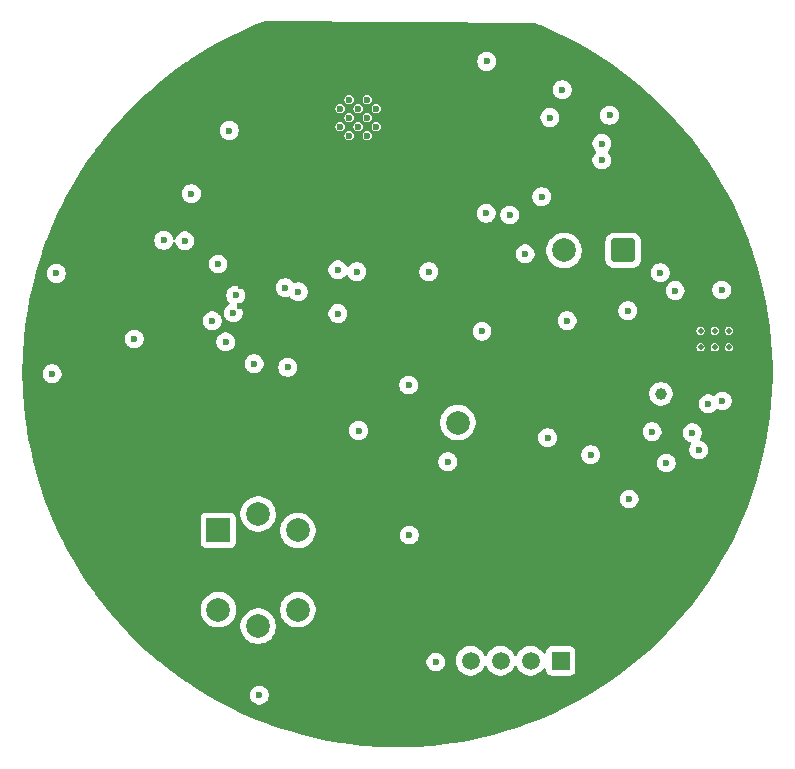
<source format=gbr>
%TF.GenerationSoftware,KiCad,Pcbnew,9.0.2*%
%TF.CreationDate,2025-07-16T17:06:44+05:30*%
%TF.ProjectId,CanSat,43616e53-6174-42e6-9b69-6361645f7063,rev?*%
%TF.SameCoordinates,Original*%
%TF.FileFunction,Copper,L3,Inr*%
%TF.FilePolarity,Positive*%
%FSLAX46Y46*%
G04 Gerber Fmt 4.6, Leading zero omitted, Abs format (unit mm)*
G04 Created by KiCad (PCBNEW 9.0.2) date 2025-07-16 17:06:44*
%MOMM*%
%LPD*%
G01*
G04 APERTURE LIST*
G04 Aperture macros list*
%AMRoundRect*
0 Rectangle with rounded corners*
0 $1 Rounding radius*
0 $2 $3 $4 $5 $6 $7 $8 $9 X,Y pos of 4 corners*
0 Add a 4 corners polygon primitive as box body*
4,1,4,$2,$3,$4,$5,$6,$7,$8,$9,$2,$3,0*
0 Add four circle primitives for the rounded corners*
1,1,$1+$1,$2,$3*
1,1,$1+$1,$4,$5*
1,1,$1+$1,$6,$7*
1,1,$1+$1,$8,$9*
0 Add four rect primitives between the rounded corners*
20,1,$1+$1,$2,$3,$4,$5,0*
20,1,$1+$1,$4,$5,$6,$7,0*
20,1,$1+$1,$6,$7,$8,$9,0*
20,1,$1+$1,$8,$9,$2,$3,0*%
G04 Aperture macros list end*
%TA.AperFunction,HeatsinkPad*%
%ADD10C,0.600000*%
%TD*%
%TA.AperFunction,ComponentPad*%
%ADD11RoundRect,0.250000X-0.750000X0.750000X-0.750000X-0.750000X0.750000X-0.750000X0.750000X0.750000X0*%
%TD*%
%TA.AperFunction,ComponentPad*%
%ADD12C,2.000000*%
%TD*%
%TA.AperFunction,ComponentPad*%
%ADD13R,2.000000X2.000000*%
%TD*%
%TA.AperFunction,ComponentPad*%
%ADD14R,1.500000X1.500000*%
%TD*%
%TA.AperFunction,ComponentPad*%
%ADD15C,1.500000*%
%TD*%
%TA.AperFunction,ComponentPad*%
%ADD16RoundRect,0.250000X0.750000X0.750000X-0.750000X0.750000X-0.750000X-0.750000X0.750000X-0.750000X0*%
%TD*%
%TA.AperFunction,HeatsinkPad*%
%ADD17C,0.500000*%
%TD*%
%TA.AperFunction,ViaPad*%
%ADD18C,0.600000*%
%TD*%
%TA.AperFunction,ViaPad*%
%ADD19C,1.000000*%
%TD*%
%TA.AperFunction,ViaPad*%
%ADD20C,0.700000*%
%TD*%
G04 APERTURE END LIST*
D10*
%TO.N,Net-(U8-GND-Pad15)*%
%TO.C,U9*%
X143945000Y-59542500D03*
X143945000Y-61067500D03*
X144707500Y-58780000D03*
X144707500Y-60305000D03*
X144707500Y-61830000D03*
X145470000Y-59542500D03*
X145470000Y-61067500D03*
X146232500Y-58780000D03*
X146232500Y-60305000D03*
X146232500Y-61830000D03*
X146995000Y-59542500D03*
X146995000Y-61067500D03*
%TD*%
D11*
%TO.N,+3.3V*%
%TO.C,C3*%
X153900000Y-81132323D03*
D12*
%TO.N,GND*%
X153900000Y-86132323D03*
%TD*%
D13*
%TO.N,MQ6_OUT*%
%TO.C,U2*%
X133635000Y-95255000D03*
D12*
%TO.N,+5V*%
X136995000Y-93865000D03*
%TO.N,MQ6_OUT*%
X140355000Y-95255000D03*
%TO.N,Net-(U2-A1)*%
X140355000Y-101975000D03*
%TO.N,GND*%
X136995000Y-103365000D03*
%TO.N,Net-(U2-A1)*%
X133635000Y-101975000D03*
%TD*%
D14*
%TO.N,+5V*%
%TO.C,U5*%
X162612500Y-106297500D03*
D15*
%TO.N,DHT_OUT*%
X160072500Y-106297500D03*
%TO.N,unconnected-(U5-NC-Pad3)*%
X157532500Y-106297500D03*
%TO.N,GND*%
X154992500Y-106297500D03*
%TD*%
D16*
%TO.N,BAT+*%
%TO.C,C2*%
X167900000Y-71550000D03*
D12*
%TO.N,GND*%
X162900000Y-71550000D03*
%TD*%
D17*
%TO.N,GND*%
%TO.C,U4*%
X176850000Y-78350000D03*
X175650000Y-78350000D03*
X174450000Y-78350000D03*
X176850000Y-79750000D03*
X175650000Y-79750000D03*
X174450000Y-79750000D03*
%TD*%
D18*
%TO.N,*%
X165150000Y-88850000D03*
X155950000Y-78400000D03*
%TO.N,GND*%
X153050000Y-89450000D03*
X137100000Y-109200000D03*
X161700000Y-60300000D03*
X139500000Y-81450000D03*
X161500000Y-87400000D03*
X135100000Y-75350000D03*
X166750000Y-60100000D03*
X119550000Y-82000000D03*
X171550000Y-89550000D03*
X152050000Y-106400000D03*
X166100000Y-62500000D03*
X145500000Y-86800000D03*
X166100000Y-63900000D03*
X171050000Y-73450000D03*
X136650000Y-81150000D03*
X162750000Y-57950000D03*
X176250000Y-74900000D03*
X119900000Y-73500000D03*
X159600000Y-71850000D03*
X161000000Y-67000000D03*
X140400000Y-75050000D03*
D19*
%TO.N,BAT+*%
X171100000Y-83700000D03*
D18*
%TO.N,+3.3V*%
X139650000Y-85650000D03*
X169600000Y-66350000D03*
X159700000Y-67850000D03*
X140700000Y-80000000D03*
X135550000Y-74600000D03*
D20*
X130048576Y-69950000D03*
D18*
X125700000Y-74300000D03*
X157450000Y-54850000D03*
X165100000Y-55450000D03*
X136750000Y-85650000D03*
D20*
X135000000Y-55355000D03*
D18*
X135450000Y-76250000D03*
%TO.N,Net-(BT1--)*%
X163150000Y-77500000D03*
%TO.N,Net-(D1-K)*%
X173750000Y-87000000D03*
X170350000Y-86900000D03*
%TO.N,Net-(D2-K)*%
X168400000Y-92600000D03*
%TO.N,Net-(U4-~{CHRG})*%
X174300000Y-88450000D03*
X175100000Y-84550000D03*
%TO.N,Net-(U4-~{STDBY})*%
X176300000Y-84300000D03*
%TO.N,MQ6_OUT*%
X149750000Y-82950000D03*
X151450000Y-73350000D03*
X149800000Y-95650000D03*
%TO.N,Net-(U4-PROG)*%
X172300000Y-74950000D03*
%TO.N,Net-(U4-TEMP)*%
X168300000Y-76650000D03*
%TO.N,LM35*%
X134250000Y-79300000D03*
X134550000Y-61400000D03*
%TO.N,SDI*%
X156350000Y-55550000D03*
X139300000Y-74700000D03*
%TO.N,SCK*%
X143750000Y-73200000D03*
X143750000Y-76900000D03*
%TO.N,SDO*%
X134900000Y-76850000D03*
X145350000Y-73350000D03*
%TO.N,Net-(U8-GND-Pad15)*%
X130800000Y-70750000D03*
X129000000Y-70700000D03*
X133600000Y-72700000D03*
X133100000Y-77522120D03*
%TO.N,Net-(U8-~{RESET})*%
X156300000Y-68400000D03*
X158300000Y-68550000D03*
%TO.N,Net-(U8-DIO0)*%
X131350000Y-66750000D03*
X126500000Y-79050000D03*
%TD*%
%TA.AperFunction,Conductor*%
%TO.N,+3.3V*%
G36*
X160495901Y-52334651D02*
G01*
X160540364Y-52343290D01*
X160947015Y-52503653D01*
X160952462Y-52505801D01*
X160956374Y-52507421D01*
X161947234Y-52937812D01*
X161951088Y-52939565D01*
X162307278Y-53108961D01*
X162926671Y-53403532D01*
X162930421Y-53405394D01*
X163889630Y-53902416D01*
X163893342Y-53904421D01*
X164834996Y-54433887D01*
X164838650Y-54436025D01*
X165761638Y-54997306D01*
X165765218Y-54999567D01*
X166668562Y-55592070D01*
X166672055Y-55594448D01*
X167554612Y-56217425D01*
X167557993Y-56219899D01*
X167730217Y-56350500D01*
X168418795Y-56872665D01*
X168422125Y-56875281D01*
X169260120Y-57557041D01*
X169263358Y-57559769D01*
X170077549Y-58269707D01*
X170080693Y-58272543D01*
X170870243Y-59009931D01*
X170873287Y-59012874D01*
X171637125Y-59776712D01*
X171640068Y-59779756D01*
X172377456Y-60569306D01*
X172380292Y-60572450D01*
X173090230Y-61386641D01*
X173092958Y-61389879D01*
X173774718Y-62227874D01*
X173777334Y-62231204D01*
X174430087Y-63091988D01*
X174432581Y-63095397D01*
X174732873Y-63520814D01*
X175055546Y-63977937D01*
X175057929Y-63981437D01*
X175650432Y-64884781D01*
X175652693Y-64888361D01*
X176213974Y-65811349D01*
X176216112Y-65815003D01*
X176745578Y-66756657D01*
X176747590Y-66760383D01*
X177244594Y-67719557D01*
X177246477Y-67723349D01*
X177710434Y-68698911D01*
X177712187Y-68702765D01*
X178142567Y-69693600D01*
X178144187Y-69697512D01*
X178540509Y-70702513D01*
X178541991Y-70706469D01*
X178583153Y-70822287D01*
X178903746Y-71724351D01*
X178905096Y-71728364D01*
X179231899Y-72758036D01*
X179233111Y-72762093D01*
X179421231Y-73433497D01*
X179498784Y-73710289D01*
X179524575Y-73802336D01*
X179525647Y-73806432D01*
X179781417Y-74855991D01*
X179782349Y-74860122D01*
X180002133Y-75917785D01*
X180002924Y-75921944D01*
X180186479Y-76986536D01*
X180187127Y-76990720D01*
X180334225Y-78060935D01*
X180334730Y-78065139D01*
X180445204Y-79139763D01*
X180445565Y-79143982D01*
X180519286Y-80221737D01*
X180519503Y-80225965D01*
X180556386Y-81305634D01*
X180556458Y-81309868D01*
X180556458Y-82390131D01*
X180556386Y-82394365D01*
X180519503Y-83474034D01*
X180519286Y-83478262D01*
X180445565Y-84556017D01*
X180445204Y-84560236D01*
X180334730Y-85634860D01*
X180334225Y-85639064D01*
X180187127Y-86709279D01*
X180186479Y-86713463D01*
X180002924Y-87778055D01*
X180002133Y-87782214D01*
X179782349Y-88839877D01*
X179781417Y-88844008D01*
X179525647Y-89893567D01*
X179524575Y-89897663D01*
X179233111Y-90937906D01*
X179231899Y-90941963D01*
X178905096Y-91971635D01*
X178903746Y-91975648D01*
X178541995Y-92993521D01*
X178540509Y-92997486D01*
X178144187Y-94002487D01*
X178142567Y-94006399D01*
X177712187Y-94997234D01*
X177710434Y-95001088D01*
X177246477Y-95976650D01*
X177244594Y-95980442D01*
X176747590Y-96939616D01*
X176745578Y-96943342D01*
X176216112Y-97884996D01*
X176213974Y-97888650D01*
X175652693Y-98811638D01*
X175650432Y-98815218D01*
X175057929Y-99718562D01*
X175055546Y-99722062D01*
X174432587Y-100604594D01*
X174430087Y-100608011D01*
X173777334Y-101468795D01*
X173774718Y-101472125D01*
X173092958Y-102310120D01*
X173090230Y-102313358D01*
X172380292Y-103127549D01*
X172377456Y-103130693D01*
X171640068Y-103920243D01*
X171637125Y-103923287D01*
X170873287Y-104687125D01*
X170870243Y-104690068D01*
X170080693Y-105427456D01*
X170077549Y-105430292D01*
X169263358Y-106140230D01*
X169260120Y-106142958D01*
X168422125Y-106824718D01*
X168418795Y-106827334D01*
X167558011Y-107480087D01*
X167554594Y-107482587D01*
X166672062Y-108105546D01*
X166668562Y-108107929D01*
X165765218Y-108700432D01*
X165761638Y-108702693D01*
X164838650Y-109263974D01*
X164834996Y-109266112D01*
X163893342Y-109795578D01*
X163889616Y-109797590D01*
X162930442Y-110294594D01*
X162926650Y-110296477D01*
X161951088Y-110760434D01*
X161947234Y-110762187D01*
X160956399Y-111192567D01*
X160952487Y-111194187D01*
X159947486Y-111590509D01*
X159943521Y-111591995D01*
X158925648Y-111953746D01*
X158921635Y-111955096D01*
X157891963Y-112281899D01*
X157887906Y-112283111D01*
X156847663Y-112574575D01*
X156843567Y-112575647D01*
X155794008Y-112831417D01*
X155789877Y-112832349D01*
X154732214Y-113052133D01*
X154728055Y-113052924D01*
X153663463Y-113236479D01*
X153659279Y-113237127D01*
X152589064Y-113384225D01*
X152584860Y-113384730D01*
X151510236Y-113495204D01*
X151506017Y-113495565D01*
X150428262Y-113569286D01*
X150424034Y-113569503D01*
X149344366Y-113606386D01*
X149340132Y-113606458D01*
X148259868Y-113606458D01*
X148255634Y-113606386D01*
X147175965Y-113569503D01*
X147171737Y-113569286D01*
X146093982Y-113495565D01*
X146089763Y-113495204D01*
X145015139Y-113384730D01*
X145010935Y-113384225D01*
X143940720Y-113237127D01*
X143936536Y-113236479D01*
X142871944Y-113052924D01*
X142867785Y-113052133D01*
X141810122Y-112832349D01*
X141805991Y-112831417D01*
X140756432Y-112575647D01*
X140752336Y-112574575D01*
X139712093Y-112283111D01*
X139708036Y-112281899D01*
X138678364Y-111955096D01*
X138674351Y-111953746D01*
X137969978Y-111703412D01*
X137656469Y-111591991D01*
X137652513Y-111590509D01*
X136647512Y-111194187D01*
X136643600Y-111192567D01*
X135652765Y-110762187D01*
X135648911Y-110760434D01*
X134673349Y-110296477D01*
X134669557Y-110294594D01*
X133710383Y-109797590D01*
X133706657Y-109795578D01*
X132765003Y-109266112D01*
X132761349Y-109263974D01*
X132690704Y-109221014D01*
X132526489Y-109121153D01*
X136299500Y-109121153D01*
X136299500Y-109278846D01*
X136330261Y-109433489D01*
X136330264Y-109433501D01*
X136390602Y-109579172D01*
X136390609Y-109579185D01*
X136478210Y-109710288D01*
X136478213Y-109710292D01*
X136589707Y-109821786D01*
X136589711Y-109821789D01*
X136720814Y-109909390D01*
X136720827Y-109909397D01*
X136866498Y-109969735D01*
X136866503Y-109969737D01*
X137021153Y-110000499D01*
X137021156Y-110000500D01*
X137021158Y-110000500D01*
X137178844Y-110000500D01*
X137178845Y-110000499D01*
X137333497Y-109969737D01*
X137479179Y-109909394D01*
X137610289Y-109821789D01*
X137721789Y-109710289D01*
X137809394Y-109579179D01*
X137869737Y-109433497D01*
X137900500Y-109278842D01*
X137900500Y-109121158D01*
X137900500Y-109121155D01*
X137900499Y-109121153D01*
X137869738Y-108966510D01*
X137869737Y-108966503D01*
X137858035Y-108938251D01*
X137809397Y-108820827D01*
X137809390Y-108820814D01*
X137721789Y-108689711D01*
X137721786Y-108689707D01*
X137610292Y-108578213D01*
X137610288Y-108578210D01*
X137479185Y-108490609D01*
X137479172Y-108490602D01*
X137333501Y-108430264D01*
X137333489Y-108430261D01*
X137178845Y-108399500D01*
X137178842Y-108399500D01*
X137021158Y-108399500D01*
X137021155Y-108399500D01*
X136866510Y-108430261D01*
X136866498Y-108430264D01*
X136720827Y-108490602D01*
X136720814Y-108490609D01*
X136589711Y-108578210D01*
X136589707Y-108578213D01*
X136478213Y-108689707D01*
X136478210Y-108689711D01*
X136390609Y-108820814D01*
X136390602Y-108820827D01*
X136330264Y-108966498D01*
X136330261Y-108966510D01*
X136299500Y-109121153D01*
X132526489Y-109121153D01*
X131838361Y-108702693D01*
X131834781Y-108700432D01*
X130931437Y-108107929D01*
X130927937Y-108105546D01*
X130569872Y-107852796D01*
X130045397Y-107482581D01*
X130041988Y-107480087D01*
X130010728Y-107456382D01*
X129613273Y-107154982D01*
X129181204Y-106827334D01*
X129177874Y-106824718D01*
X128669659Y-106411254D01*
X128558910Y-106321153D01*
X151249500Y-106321153D01*
X151249500Y-106478846D01*
X151280261Y-106633489D01*
X151280264Y-106633501D01*
X151340602Y-106779172D01*
X151340609Y-106779185D01*
X151428210Y-106910288D01*
X151428213Y-106910292D01*
X151539707Y-107021786D01*
X151539711Y-107021789D01*
X151670814Y-107109390D01*
X151670827Y-107109397D01*
X151780881Y-107154982D01*
X151816503Y-107169737D01*
X151971153Y-107200499D01*
X151971156Y-107200500D01*
X151971158Y-107200500D01*
X152128844Y-107200500D01*
X152128845Y-107200499D01*
X152283497Y-107169737D01*
X152429179Y-107109394D01*
X152560289Y-107021789D01*
X152671789Y-106910289D01*
X152759394Y-106779179D01*
X152760078Y-106777529D01*
X152779254Y-106731232D01*
X152819737Y-106633497D01*
X152850500Y-106478842D01*
X152850500Y-106321158D01*
X152850500Y-106321155D01*
X152850499Y-106321153D01*
X152830061Y-106218402D01*
X152826217Y-106199077D01*
X153742000Y-106199077D01*
X153742000Y-106395922D01*
X153772790Y-106590326D01*
X153833617Y-106777529D01*
X153904281Y-106916214D01*
X153922976Y-106952905D01*
X154038672Y-107112146D01*
X154177854Y-107251328D01*
X154337095Y-107367024D01*
X154411714Y-107405044D01*
X154512470Y-107456382D01*
X154512472Y-107456382D01*
X154512475Y-107456384D01*
X154585425Y-107480087D01*
X154699673Y-107517209D01*
X154894078Y-107548000D01*
X154894083Y-107548000D01*
X155090922Y-107548000D01*
X155285326Y-107517209D01*
X155365074Y-107491297D01*
X155472525Y-107456384D01*
X155647905Y-107367024D01*
X155807146Y-107251328D01*
X155946328Y-107112146D01*
X156062024Y-106952905D01*
X156126005Y-106827334D01*
X156152015Y-106776287D01*
X156199989Y-106725490D01*
X156267810Y-106708695D01*
X156333945Y-106731232D01*
X156372985Y-106776287D01*
X156462974Y-106952903D01*
X156467317Y-106958880D01*
X156578672Y-107112146D01*
X156717854Y-107251328D01*
X156877095Y-107367024D01*
X156951714Y-107405044D01*
X157052470Y-107456382D01*
X157052472Y-107456382D01*
X157052475Y-107456384D01*
X157125425Y-107480087D01*
X157239673Y-107517209D01*
X157434078Y-107548000D01*
X157434083Y-107548000D01*
X157630922Y-107548000D01*
X157825326Y-107517209D01*
X157905074Y-107491297D01*
X158012525Y-107456384D01*
X158187905Y-107367024D01*
X158347146Y-107251328D01*
X158486328Y-107112146D01*
X158602024Y-106952905D01*
X158666005Y-106827334D01*
X158692015Y-106776287D01*
X158739989Y-106725490D01*
X158807810Y-106708695D01*
X158873945Y-106731232D01*
X158912985Y-106776287D01*
X159002974Y-106952903D01*
X159007317Y-106958880D01*
X159118672Y-107112146D01*
X159257854Y-107251328D01*
X159417095Y-107367024D01*
X159491714Y-107405044D01*
X159592470Y-107456382D01*
X159592472Y-107456382D01*
X159592475Y-107456384D01*
X159665425Y-107480087D01*
X159779673Y-107517209D01*
X159974078Y-107548000D01*
X159974083Y-107548000D01*
X160170922Y-107548000D01*
X160365326Y-107517209D01*
X160445074Y-107491297D01*
X160552525Y-107456384D01*
X160727905Y-107367024D01*
X160887146Y-107251328D01*
X161026328Y-107112146D01*
X161137684Y-106958878D01*
X161193012Y-106916214D01*
X161262625Y-106910235D01*
X161324420Y-106942841D01*
X161358777Y-107003679D01*
X161362000Y-107031763D01*
X161362000Y-107095369D01*
X161362001Y-107095376D01*
X161368408Y-107154983D01*
X161418702Y-107289828D01*
X161418706Y-107289835D01*
X161504952Y-107405044D01*
X161504955Y-107405047D01*
X161620164Y-107491293D01*
X161620171Y-107491297D01*
X161755017Y-107541591D01*
X161755016Y-107541591D01*
X161761944Y-107542335D01*
X161814627Y-107548000D01*
X163410372Y-107547999D01*
X163469983Y-107541591D01*
X163604831Y-107491296D01*
X163720046Y-107405046D01*
X163806296Y-107289831D01*
X163856591Y-107154983D01*
X163863000Y-107095373D01*
X163862999Y-105499628D01*
X163856591Y-105440017D01*
X163846093Y-105411871D01*
X163806297Y-105305171D01*
X163806293Y-105305164D01*
X163720047Y-105189955D01*
X163720044Y-105189952D01*
X163604835Y-105103706D01*
X163604828Y-105103702D01*
X163469982Y-105053408D01*
X163469983Y-105053408D01*
X163410383Y-105047001D01*
X163410381Y-105047000D01*
X163410373Y-105047000D01*
X163410364Y-105047000D01*
X161814629Y-105047000D01*
X161814623Y-105047001D01*
X161755016Y-105053408D01*
X161620171Y-105103702D01*
X161620164Y-105103706D01*
X161504955Y-105189952D01*
X161504952Y-105189955D01*
X161418706Y-105305164D01*
X161418702Y-105305171D01*
X161368408Y-105440017D01*
X161363803Y-105482854D01*
X161362001Y-105499623D01*
X161362000Y-105499635D01*
X161362000Y-105563232D01*
X161342315Y-105630271D01*
X161289511Y-105676026D01*
X161220353Y-105685970D01*
X161156797Y-105656945D01*
X161137682Y-105636118D01*
X161038520Y-105499635D01*
X161026328Y-105482854D01*
X160887146Y-105343672D01*
X160727905Y-105227976D01*
X160552529Y-105138617D01*
X160365326Y-105077790D01*
X160170922Y-105047000D01*
X160170917Y-105047000D01*
X159974083Y-105047000D01*
X159974078Y-105047000D01*
X159779673Y-105077790D01*
X159592470Y-105138617D01*
X159417094Y-105227976D01*
X159326241Y-105293985D01*
X159257854Y-105343672D01*
X159257852Y-105343674D01*
X159257851Y-105343674D01*
X159118674Y-105482851D01*
X159118674Y-105482852D01*
X159118672Y-105482854D01*
X159106480Y-105499635D01*
X159002976Y-105642094D01*
X158912985Y-105818713D01*
X158865011Y-105869509D01*
X158797190Y-105886304D01*
X158731055Y-105863767D01*
X158692015Y-105818713D01*
X158624379Y-105685970D01*
X158602024Y-105642095D01*
X158486328Y-105482854D01*
X158347146Y-105343672D01*
X158187905Y-105227976D01*
X158012529Y-105138617D01*
X157825326Y-105077790D01*
X157630922Y-105047000D01*
X157630917Y-105047000D01*
X157434083Y-105047000D01*
X157434078Y-105047000D01*
X157239673Y-105077790D01*
X157052470Y-105138617D01*
X156877094Y-105227976D01*
X156786241Y-105293985D01*
X156717854Y-105343672D01*
X156717852Y-105343674D01*
X156717851Y-105343674D01*
X156578674Y-105482851D01*
X156578674Y-105482852D01*
X156578672Y-105482854D01*
X156566480Y-105499635D01*
X156462976Y-105642094D01*
X156372985Y-105818713D01*
X156325011Y-105869509D01*
X156257190Y-105886304D01*
X156191055Y-105863767D01*
X156152015Y-105818713D01*
X156084379Y-105685970D01*
X156062024Y-105642095D01*
X155946328Y-105482854D01*
X155807146Y-105343672D01*
X155647905Y-105227976D01*
X155472529Y-105138617D01*
X155285326Y-105077790D01*
X155090922Y-105047000D01*
X155090917Y-105047000D01*
X154894083Y-105047000D01*
X154894078Y-105047000D01*
X154699673Y-105077790D01*
X154512470Y-105138617D01*
X154337094Y-105227976D01*
X154246241Y-105293985D01*
X154177854Y-105343672D01*
X154177852Y-105343674D01*
X154177851Y-105343674D01*
X154038674Y-105482851D01*
X154038674Y-105482852D01*
X154038672Y-105482854D01*
X154026480Y-105499635D01*
X153922976Y-105642094D01*
X153833617Y-105817470D01*
X153772790Y-106004673D01*
X153742000Y-106199077D01*
X152826217Y-106199077D01*
X152819738Y-106166510D01*
X152819737Y-106166503D01*
X152819735Y-106166498D01*
X152759397Y-106020827D01*
X152759390Y-106020814D01*
X152671789Y-105889711D01*
X152671786Y-105889707D01*
X152560292Y-105778213D01*
X152560288Y-105778210D01*
X152429185Y-105690609D01*
X152429172Y-105690602D01*
X152283501Y-105630264D01*
X152283489Y-105630261D01*
X152128845Y-105599500D01*
X152128842Y-105599500D01*
X151971158Y-105599500D01*
X151971155Y-105599500D01*
X151816510Y-105630261D01*
X151816498Y-105630264D01*
X151670827Y-105690602D01*
X151670814Y-105690609D01*
X151539711Y-105778210D01*
X151539707Y-105778213D01*
X151428213Y-105889707D01*
X151428210Y-105889711D01*
X151340609Y-106020814D01*
X151340602Y-106020827D01*
X151280264Y-106166498D01*
X151280261Y-106166510D01*
X151249500Y-106321153D01*
X128558910Y-106321153D01*
X128339879Y-106142958D01*
X128336641Y-106140230D01*
X127522450Y-105430292D01*
X127519306Y-105427456D01*
X126729756Y-104690068D01*
X126726712Y-104687125D01*
X125962874Y-103923287D01*
X125959931Y-103920243D01*
X125222543Y-103130693D01*
X125219707Y-103127549D01*
X124509769Y-102313358D01*
X124507041Y-102310120D01*
X124198027Y-101930291D01*
X124138321Y-101856902D01*
X132134500Y-101856902D01*
X132134500Y-102093097D01*
X132171446Y-102326368D01*
X132244433Y-102550996D01*
X132351657Y-102761433D01*
X132490483Y-102952510D01*
X132657490Y-103119517D01*
X132848567Y-103258343D01*
X132947991Y-103309002D01*
X133059003Y-103365566D01*
X133059005Y-103365566D01*
X133059008Y-103365568D01*
X133179412Y-103404689D01*
X133283631Y-103438553D01*
X133516903Y-103475500D01*
X133516908Y-103475500D01*
X133753097Y-103475500D01*
X133986368Y-103438553D01*
X134210992Y-103365568D01*
X134421433Y-103258343D01*
X134437180Y-103246902D01*
X135494500Y-103246902D01*
X135494500Y-103483097D01*
X135531446Y-103716368D01*
X135604433Y-103940996D01*
X135711657Y-104151433D01*
X135850483Y-104342510D01*
X136017490Y-104509517D01*
X136208567Y-104648343D01*
X136290457Y-104690068D01*
X136419003Y-104755566D01*
X136419005Y-104755566D01*
X136419008Y-104755568D01*
X136539412Y-104794689D01*
X136643631Y-104828553D01*
X136876903Y-104865500D01*
X136876908Y-104865500D01*
X137113097Y-104865500D01*
X137346368Y-104828553D01*
X137570992Y-104755568D01*
X137781433Y-104648343D01*
X137972510Y-104509517D01*
X138139517Y-104342510D01*
X138278343Y-104151433D01*
X138385568Y-103940992D01*
X138458553Y-103716368D01*
X138495500Y-103483097D01*
X138495500Y-103246902D01*
X138458553Y-103013631D01*
X138385566Y-102789003D01*
X138278342Y-102578566D01*
X138258311Y-102550996D01*
X138139517Y-102387490D01*
X137972510Y-102220483D01*
X137781433Y-102081657D01*
X137570992Y-101974432D01*
X137469626Y-101941496D01*
X137346368Y-101901446D01*
X137113097Y-101864500D01*
X137113092Y-101864500D01*
X136876908Y-101864500D01*
X136876903Y-101864500D01*
X136643631Y-101901446D01*
X136419003Y-101974433D01*
X136208566Y-102081657D01*
X136099550Y-102160862D01*
X136017490Y-102220483D01*
X136017488Y-102220485D01*
X136017487Y-102220485D01*
X135850485Y-102387487D01*
X135850485Y-102387488D01*
X135850483Y-102387490D01*
X135790862Y-102469550D01*
X135711657Y-102578566D01*
X135604433Y-102789003D01*
X135531446Y-103013631D01*
X135494500Y-103246902D01*
X134437180Y-103246902D01*
X134612510Y-103119517D01*
X134779517Y-102952510D01*
X134918343Y-102761433D01*
X135025568Y-102550992D01*
X135098553Y-102326368D01*
X135115323Y-102220485D01*
X135135500Y-102093097D01*
X135135500Y-101856902D01*
X138854500Y-101856902D01*
X138854500Y-102093097D01*
X138891446Y-102326368D01*
X138964433Y-102550996D01*
X139071657Y-102761433D01*
X139210483Y-102952510D01*
X139377490Y-103119517D01*
X139568567Y-103258343D01*
X139667991Y-103309002D01*
X139779003Y-103365566D01*
X139779005Y-103365566D01*
X139779008Y-103365568D01*
X139899412Y-103404689D01*
X140003631Y-103438553D01*
X140236903Y-103475500D01*
X140236908Y-103475500D01*
X140473097Y-103475500D01*
X140706368Y-103438553D01*
X140930992Y-103365568D01*
X141141433Y-103258343D01*
X141332510Y-103119517D01*
X141499517Y-102952510D01*
X141638343Y-102761433D01*
X141745568Y-102550992D01*
X141818553Y-102326368D01*
X141835323Y-102220485D01*
X141855500Y-102093097D01*
X141855500Y-101856902D01*
X141818553Y-101623631D01*
X141745566Y-101399003D01*
X141638342Y-101188566D01*
X141499517Y-100997490D01*
X141332510Y-100830483D01*
X141141433Y-100691657D01*
X140930996Y-100584433D01*
X140706368Y-100511446D01*
X140473097Y-100474500D01*
X140473092Y-100474500D01*
X140236908Y-100474500D01*
X140236903Y-100474500D01*
X140003631Y-100511446D01*
X139779003Y-100584433D01*
X139568566Y-100691657D01*
X139459550Y-100770862D01*
X139377490Y-100830483D01*
X139377488Y-100830485D01*
X139377487Y-100830485D01*
X139210485Y-100997487D01*
X139210485Y-100997488D01*
X139210483Y-100997490D01*
X139150862Y-101079550D01*
X139071657Y-101188566D01*
X138964433Y-101399003D01*
X138891446Y-101623631D01*
X138854500Y-101856902D01*
X135135500Y-101856902D01*
X135098553Y-101623631D01*
X135025566Y-101399003D01*
X134918342Y-101188566D01*
X134779517Y-100997490D01*
X134612510Y-100830483D01*
X134421433Y-100691657D01*
X134210996Y-100584433D01*
X133986368Y-100511446D01*
X133753097Y-100474500D01*
X133753092Y-100474500D01*
X133516908Y-100474500D01*
X133516903Y-100474500D01*
X133283631Y-100511446D01*
X133059003Y-100584433D01*
X132848566Y-100691657D01*
X132739550Y-100770862D01*
X132657490Y-100830483D01*
X132657488Y-100830485D01*
X132657487Y-100830485D01*
X132490485Y-100997487D01*
X132490485Y-100997488D01*
X132490483Y-100997490D01*
X132430862Y-101079550D01*
X132351657Y-101188566D01*
X132244433Y-101399003D01*
X132171446Y-101623631D01*
X132134500Y-101856902D01*
X124138321Y-101856902D01*
X123825281Y-101472125D01*
X123822665Y-101468795D01*
X123465261Y-100997487D01*
X123169899Y-100607993D01*
X123167412Y-100604594D01*
X123153180Y-100584432D01*
X122544448Y-99722055D01*
X122542070Y-99718562D01*
X121949567Y-98815218D01*
X121947306Y-98811638D01*
X121386025Y-97888650D01*
X121383887Y-97884996D01*
X120854421Y-96943342D01*
X120852409Y-96939616D01*
X120757008Y-96755500D01*
X120355394Y-95980421D01*
X120353522Y-95976650D01*
X120309222Y-95883501D01*
X119904132Y-95031718D01*
X119889565Y-95001088D01*
X119887812Y-94997234D01*
X119564636Y-94253208D01*
X119544623Y-94207135D01*
X132134500Y-94207135D01*
X132134500Y-96302870D01*
X132134501Y-96302876D01*
X132140908Y-96362483D01*
X132191202Y-96497328D01*
X132191206Y-96497335D01*
X132277452Y-96612544D01*
X132277455Y-96612547D01*
X132392664Y-96698793D01*
X132392671Y-96698797D01*
X132527517Y-96749091D01*
X132527516Y-96749091D01*
X132534444Y-96749835D01*
X132587127Y-96755500D01*
X134682872Y-96755499D01*
X134742483Y-96749091D01*
X134877331Y-96698796D01*
X134992546Y-96612546D01*
X135078796Y-96497331D01*
X135129091Y-96362483D01*
X135135500Y-96302873D01*
X135135499Y-94207128D01*
X135129091Y-94147517D01*
X135115278Y-94110483D01*
X135078797Y-94012671D01*
X135078793Y-94012664D01*
X134992547Y-93897455D01*
X134917537Y-93841302D01*
X134908106Y-93834242D01*
X134877331Y-93811204D01*
X134877329Y-93811203D01*
X134877328Y-93811202D01*
X134742482Y-93760908D01*
X134742483Y-93760908D01*
X134682883Y-93754501D01*
X134682881Y-93754500D01*
X134682873Y-93754500D01*
X134682864Y-93754500D01*
X132587129Y-93754500D01*
X132587123Y-93754501D01*
X132527516Y-93760908D01*
X132392671Y-93811202D01*
X132392664Y-93811206D01*
X132277455Y-93897452D01*
X132277452Y-93897455D01*
X132191206Y-94012664D01*
X132191202Y-94012671D01*
X132140908Y-94147517D01*
X132134501Y-94207116D01*
X132134501Y-94207123D01*
X132134500Y-94207135D01*
X119544623Y-94207135D01*
X119544615Y-94207116D01*
X119457431Y-94006396D01*
X119455812Y-94002487D01*
X119355022Y-93746902D01*
X135494500Y-93746902D01*
X135494500Y-93983097D01*
X135531446Y-94216368D01*
X135604433Y-94440996D01*
X135711657Y-94651433D01*
X135850483Y-94842510D01*
X136017490Y-95009517D01*
X136208567Y-95148343D01*
X136307991Y-95199002D01*
X136419003Y-95255566D01*
X136419005Y-95255566D01*
X136419008Y-95255568D01*
X136539412Y-95294689D01*
X136643631Y-95328553D01*
X136876903Y-95365500D01*
X136876908Y-95365500D01*
X137113097Y-95365500D01*
X137346368Y-95328553D01*
X137570992Y-95255568D01*
X137781433Y-95148343D01*
X137797180Y-95136902D01*
X138854500Y-95136902D01*
X138854500Y-95373097D01*
X138891446Y-95606368D01*
X138964433Y-95830996D01*
X139065410Y-96029172D01*
X139071657Y-96041433D01*
X139210483Y-96232510D01*
X139377490Y-96399517D01*
X139568567Y-96538343D01*
X139667991Y-96589002D01*
X139779003Y-96645566D01*
X139779005Y-96645566D01*
X139779008Y-96645568D01*
X139899412Y-96684689D01*
X140003631Y-96718553D01*
X140236903Y-96755500D01*
X140236908Y-96755500D01*
X140473097Y-96755500D01*
X140706368Y-96718553D01*
X140930992Y-96645568D01*
X141141433Y-96538343D01*
X141332510Y-96399517D01*
X141499517Y-96232510D01*
X141638343Y-96041433D01*
X141745568Y-95830992D01*
X141818553Y-95606368D01*
X141824131Y-95571153D01*
X148999500Y-95571153D01*
X148999500Y-95728846D01*
X149030261Y-95883489D01*
X149030264Y-95883501D01*
X149090602Y-96029172D01*
X149090609Y-96029185D01*
X149178210Y-96160288D01*
X149178213Y-96160292D01*
X149289707Y-96271786D01*
X149289711Y-96271789D01*
X149420814Y-96359390D01*
X149420827Y-96359397D01*
X149517687Y-96399517D01*
X149566503Y-96419737D01*
X149721153Y-96450499D01*
X149721156Y-96450500D01*
X149721158Y-96450500D01*
X149878844Y-96450500D01*
X149878845Y-96450499D01*
X150033497Y-96419737D01*
X150146166Y-96373067D01*
X150179172Y-96359397D01*
X150179172Y-96359396D01*
X150179179Y-96359394D01*
X150310289Y-96271789D01*
X150421789Y-96160289D01*
X150509394Y-96029179D01*
X150569737Y-95883497D01*
X150600500Y-95728842D01*
X150600500Y-95571158D01*
X150600500Y-95571155D01*
X150600499Y-95571153D01*
X150569738Y-95416510D01*
X150569737Y-95416503D01*
X150548611Y-95365500D01*
X150509397Y-95270827D01*
X150509390Y-95270814D01*
X150421789Y-95139711D01*
X150421786Y-95139707D01*
X150310292Y-95028213D01*
X150310288Y-95028210D01*
X150179185Y-94940609D01*
X150179172Y-94940602D01*
X150033501Y-94880264D01*
X150033489Y-94880261D01*
X149878845Y-94849500D01*
X149878842Y-94849500D01*
X149721158Y-94849500D01*
X149721155Y-94849500D01*
X149566510Y-94880261D01*
X149566498Y-94880264D01*
X149420827Y-94940602D01*
X149420814Y-94940609D01*
X149289711Y-95028210D01*
X149289707Y-95028213D01*
X149178213Y-95139707D01*
X149178210Y-95139711D01*
X149090609Y-95270814D01*
X149090602Y-95270827D01*
X149030264Y-95416498D01*
X149030261Y-95416510D01*
X148999500Y-95571153D01*
X141824131Y-95571153D01*
X141828167Y-95545668D01*
X141855500Y-95373097D01*
X141855500Y-95136902D01*
X141818553Y-94903631D01*
X141745566Y-94679003D01*
X141638342Y-94468566D01*
X141618311Y-94440996D01*
X141499517Y-94277490D01*
X141332510Y-94110483D01*
X141141433Y-93971657D01*
X140930996Y-93864433D01*
X140706368Y-93791446D01*
X140473097Y-93754500D01*
X140473092Y-93754500D01*
X140236908Y-93754500D01*
X140236903Y-93754500D01*
X140003631Y-93791446D01*
X139779003Y-93864433D01*
X139568566Y-93971657D01*
X139512119Y-94012669D01*
X139377490Y-94110483D01*
X139377488Y-94110485D01*
X139377487Y-94110485D01*
X139210485Y-94277487D01*
X139210485Y-94277488D01*
X139210483Y-94277490D01*
X139150862Y-94359550D01*
X139071657Y-94468566D01*
X138964433Y-94679003D01*
X138891446Y-94903631D01*
X138854500Y-95136902D01*
X137797180Y-95136902D01*
X137972510Y-95009517D01*
X138139517Y-94842510D01*
X138278343Y-94651433D01*
X138385568Y-94440992D01*
X138458553Y-94216368D01*
X138475323Y-94110485D01*
X138495500Y-93983097D01*
X138495500Y-93746902D01*
X138458553Y-93513631D01*
X138411799Y-93369738D01*
X138385568Y-93289008D01*
X138385566Y-93289005D01*
X138385566Y-93289003D01*
X138329002Y-93177991D01*
X138278343Y-93078567D01*
X138139517Y-92887490D01*
X137972510Y-92720483D01*
X137781433Y-92581657D01*
X137662688Y-92521153D01*
X167599500Y-92521153D01*
X167599500Y-92678846D01*
X167630261Y-92833489D01*
X167630264Y-92833501D01*
X167690602Y-92979172D01*
X167690609Y-92979185D01*
X167778210Y-93110288D01*
X167778213Y-93110292D01*
X167889707Y-93221786D01*
X167889711Y-93221789D01*
X168020814Y-93309390D01*
X168020827Y-93309397D01*
X168115193Y-93348484D01*
X168166503Y-93369737D01*
X168321153Y-93400499D01*
X168321156Y-93400500D01*
X168321158Y-93400500D01*
X168478844Y-93400500D01*
X168478845Y-93400499D01*
X168633497Y-93369737D01*
X168779179Y-93309394D01*
X168910289Y-93221789D01*
X169021789Y-93110289D01*
X169109394Y-92979179D01*
X169169737Y-92833497D01*
X169200500Y-92678842D01*
X169200500Y-92521158D01*
X169200500Y-92521155D01*
X169200499Y-92521153D01*
X169191206Y-92474433D01*
X169169737Y-92366503D01*
X169139799Y-92294226D01*
X169109397Y-92220827D01*
X169109390Y-92220814D01*
X169021789Y-92089711D01*
X169021786Y-92089707D01*
X168910292Y-91978213D01*
X168910288Y-91978210D01*
X168779185Y-91890609D01*
X168779172Y-91890602D01*
X168633501Y-91830264D01*
X168633489Y-91830261D01*
X168478845Y-91799500D01*
X168478842Y-91799500D01*
X168321158Y-91799500D01*
X168321155Y-91799500D01*
X168166510Y-91830261D01*
X168166498Y-91830264D01*
X168020827Y-91890602D01*
X168020814Y-91890609D01*
X167889711Y-91978210D01*
X167889707Y-91978213D01*
X167778213Y-92089707D01*
X167778210Y-92089711D01*
X167690609Y-92220814D01*
X167690602Y-92220827D01*
X167630264Y-92366498D01*
X167630261Y-92366510D01*
X167599500Y-92521153D01*
X137662688Y-92521153D01*
X137570996Y-92474433D01*
X137346368Y-92401446D01*
X137113097Y-92364500D01*
X137113092Y-92364500D01*
X136876908Y-92364500D01*
X136876903Y-92364500D01*
X136643631Y-92401446D01*
X136419003Y-92474433D01*
X136208566Y-92581657D01*
X136099550Y-92660862D01*
X136017490Y-92720483D01*
X136017488Y-92720485D01*
X136017487Y-92720485D01*
X135850485Y-92887487D01*
X135850485Y-92887488D01*
X135850483Y-92887490D01*
X135790862Y-92969550D01*
X135711657Y-93078566D01*
X135604433Y-93289003D01*
X135531446Y-93513631D01*
X135494500Y-93746902D01*
X119355022Y-93746902D01*
X119059490Y-92997486D01*
X119058019Y-92993562D01*
X118696247Y-91975632D01*
X118694903Y-91971635D01*
X118669184Y-91890602D01*
X118368098Y-90941959D01*
X118366888Y-90937906D01*
X118202304Y-90350500D01*
X118075412Y-89897618D01*
X118074363Y-89893612D01*
X117947043Y-89371153D01*
X152249500Y-89371153D01*
X152249500Y-89528846D01*
X152280261Y-89683489D01*
X152280264Y-89683501D01*
X152340602Y-89829172D01*
X152340609Y-89829185D01*
X152428210Y-89960288D01*
X152428213Y-89960292D01*
X152539707Y-90071786D01*
X152539711Y-90071789D01*
X152670814Y-90159390D01*
X152670827Y-90159397D01*
X152816498Y-90219735D01*
X152816503Y-90219737D01*
X152971153Y-90250499D01*
X152971156Y-90250500D01*
X152971158Y-90250500D01*
X153128844Y-90250500D01*
X153128845Y-90250499D01*
X153283497Y-90219737D01*
X153429179Y-90159394D01*
X153560289Y-90071789D01*
X153671789Y-89960289D01*
X153759394Y-89829179D01*
X153819737Y-89683497D01*
X153850500Y-89528842D01*
X153850500Y-89371158D01*
X153850500Y-89371155D01*
X153850499Y-89371153D01*
X153826499Y-89250499D01*
X153819737Y-89216503D01*
X153796080Y-89159390D01*
X153759397Y-89070827D01*
X153759390Y-89070814D01*
X153671789Y-88939711D01*
X153671786Y-88939707D01*
X153560292Y-88828213D01*
X153560288Y-88828210D01*
X153474897Y-88771153D01*
X164349500Y-88771153D01*
X164349500Y-88928846D01*
X164380261Y-89083489D01*
X164380264Y-89083501D01*
X164440602Y-89229172D01*
X164440609Y-89229185D01*
X164528210Y-89360288D01*
X164528213Y-89360292D01*
X164639707Y-89471786D01*
X164639711Y-89471789D01*
X164770814Y-89559390D01*
X164770827Y-89559397D01*
X164916498Y-89619735D01*
X164916503Y-89619737D01*
X165071153Y-89650499D01*
X165071156Y-89650500D01*
X165071158Y-89650500D01*
X165228844Y-89650500D01*
X165228845Y-89650499D01*
X165383497Y-89619737D01*
X165529179Y-89559394D01*
X165660289Y-89471789D01*
X165660925Y-89471153D01*
X170749500Y-89471153D01*
X170749500Y-89628846D01*
X170780261Y-89783489D01*
X170780264Y-89783501D01*
X170840602Y-89929172D01*
X170840609Y-89929185D01*
X170928210Y-90060288D01*
X170928213Y-90060292D01*
X171039707Y-90171786D01*
X171039711Y-90171789D01*
X171170814Y-90259390D01*
X171170827Y-90259397D01*
X171316498Y-90319735D01*
X171316503Y-90319737D01*
X171471153Y-90350499D01*
X171471156Y-90350500D01*
X171471158Y-90350500D01*
X171628844Y-90350500D01*
X171628845Y-90350499D01*
X171783497Y-90319737D01*
X171929179Y-90259394D01*
X172060289Y-90171789D01*
X172171789Y-90060289D01*
X172259394Y-89929179D01*
X172319737Y-89783497D01*
X172350500Y-89628842D01*
X172350500Y-89471158D01*
X172350500Y-89471155D01*
X172350499Y-89471153D01*
X172331847Y-89377385D01*
X172319737Y-89316503D01*
X172292398Y-89250500D01*
X172259397Y-89170827D01*
X172259390Y-89170814D01*
X172171789Y-89039711D01*
X172171786Y-89039707D01*
X172060292Y-88928213D01*
X172060288Y-88928210D01*
X171929185Y-88840609D01*
X171929172Y-88840602D01*
X171783501Y-88780264D01*
X171783489Y-88780261D01*
X171628845Y-88749500D01*
X171628842Y-88749500D01*
X171471158Y-88749500D01*
X171471155Y-88749500D01*
X171316510Y-88780261D01*
X171316498Y-88780264D01*
X171170827Y-88840602D01*
X171170814Y-88840609D01*
X171039711Y-88928210D01*
X171039707Y-88928213D01*
X170928213Y-89039707D01*
X170928210Y-89039711D01*
X170840609Y-89170814D01*
X170840602Y-89170827D01*
X170780264Y-89316498D01*
X170780261Y-89316510D01*
X170749500Y-89471153D01*
X165660925Y-89471153D01*
X165754694Y-89377385D01*
X165771786Y-89360292D01*
X165771789Y-89360289D01*
X165859394Y-89229179D01*
X165919737Y-89083497D01*
X165950500Y-88928842D01*
X165950500Y-88771158D01*
X165950500Y-88771155D01*
X165950499Y-88771153D01*
X165932419Y-88680261D01*
X165919737Y-88616503D01*
X165883427Y-88528842D01*
X165859397Y-88470827D01*
X165859390Y-88470814D01*
X165771789Y-88339711D01*
X165771786Y-88339707D01*
X165660292Y-88228213D01*
X165660288Y-88228210D01*
X165529185Y-88140609D01*
X165529172Y-88140602D01*
X165383501Y-88080264D01*
X165383489Y-88080261D01*
X165228845Y-88049500D01*
X165228842Y-88049500D01*
X165071158Y-88049500D01*
X165071155Y-88049500D01*
X164916510Y-88080261D01*
X164916498Y-88080264D01*
X164770827Y-88140602D01*
X164770814Y-88140609D01*
X164639711Y-88228210D01*
X164639707Y-88228213D01*
X164528213Y-88339707D01*
X164528210Y-88339711D01*
X164440609Y-88470814D01*
X164440602Y-88470827D01*
X164380264Y-88616498D01*
X164380261Y-88616510D01*
X164349500Y-88771153D01*
X153474897Y-88771153D01*
X153429185Y-88740609D01*
X153429172Y-88740602D01*
X153283501Y-88680264D01*
X153283489Y-88680261D01*
X153128845Y-88649500D01*
X153128842Y-88649500D01*
X152971158Y-88649500D01*
X152971155Y-88649500D01*
X152816510Y-88680261D01*
X152816498Y-88680264D01*
X152670827Y-88740602D01*
X152670814Y-88740609D01*
X152539711Y-88828210D01*
X152539707Y-88828213D01*
X152428213Y-88939707D01*
X152428210Y-88939711D01*
X152340609Y-89070814D01*
X152340602Y-89070827D01*
X152280264Y-89216498D01*
X152280261Y-89216510D01*
X152249500Y-89371153D01*
X117947043Y-89371153D01*
X117818577Y-88843989D01*
X117817650Y-88839877D01*
X117815428Y-88829185D01*
X117597866Y-87782214D01*
X117597075Y-87778055D01*
X117550907Y-87510288D01*
X117414846Y-86721153D01*
X144699500Y-86721153D01*
X144699500Y-86878846D01*
X144730261Y-87033489D01*
X144730264Y-87033501D01*
X144790602Y-87179172D01*
X144790609Y-87179185D01*
X144878210Y-87310288D01*
X144878213Y-87310292D01*
X144989707Y-87421786D01*
X144989711Y-87421789D01*
X145120814Y-87509390D01*
X145120827Y-87509397D01*
X145266498Y-87569735D01*
X145266503Y-87569737D01*
X145397912Y-87595876D01*
X145421153Y-87600499D01*
X145421156Y-87600500D01*
X145421158Y-87600500D01*
X145578844Y-87600500D01*
X145578845Y-87600499D01*
X145733497Y-87569737D01*
X145879179Y-87509394D01*
X146010289Y-87421789D01*
X146121789Y-87310289D01*
X146209394Y-87179179D01*
X146269737Y-87033497D01*
X146300500Y-86878842D01*
X146300500Y-86721158D01*
X146300500Y-86721155D01*
X146300499Y-86721153D01*
X146280543Y-86620827D01*
X146269737Y-86566503D01*
X146237929Y-86489711D01*
X146209397Y-86420827D01*
X146209390Y-86420814D01*
X146121789Y-86289711D01*
X146121786Y-86289707D01*
X146010292Y-86178213D01*
X146010288Y-86178210D01*
X145911888Y-86112461D01*
X145879185Y-86090609D01*
X145879172Y-86090602D01*
X145733501Y-86030264D01*
X145733489Y-86030261D01*
X145652872Y-86014225D01*
X152399500Y-86014225D01*
X152399500Y-86250420D01*
X152436446Y-86483691D01*
X152509433Y-86708319D01*
X152596320Y-86878842D01*
X152616657Y-86918756D01*
X152755483Y-87109833D01*
X152922490Y-87276840D01*
X153113567Y-87415666D01*
X153212991Y-87466325D01*
X153324003Y-87522889D01*
X153324005Y-87522889D01*
X153324008Y-87522891D01*
X153444412Y-87562012D01*
X153548631Y-87595876D01*
X153781903Y-87632823D01*
X153781908Y-87632823D01*
X154018097Y-87632823D01*
X154251368Y-87595876D01*
X154475992Y-87522891D01*
X154686433Y-87415666D01*
X154816519Y-87321153D01*
X160699500Y-87321153D01*
X160699500Y-87478846D01*
X160730261Y-87633489D01*
X160730264Y-87633501D01*
X160790602Y-87779172D01*
X160790609Y-87779185D01*
X160878210Y-87910288D01*
X160878213Y-87910292D01*
X160989707Y-88021786D01*
X160989711Y-88021789D01*
X161120814Y-88109390D01*
X161120827Y-88109397D01*
X161196181Y-88140609D01*
X161266503Y-88169737D01*
X161421153Y-88200499D01*
X161421156Y-88200500D01*
X161421158Y-88200500D01*
X161578844Y-88200500D01*
X161578845Y-88200499D01*
X161733497Y-88169737D01*
X161879179Y-88109394D01*
X162010289Y-88021789D01*
X162121789Y-87910289D01*
X162209394Y-87779179D01*
X162269737Y-87633497D01*
X162300500Y-87478842D01*
X162300500Y-87321158D01*
X162300500Y-87321155D01*
X162300499Y-87321153D01*
X162292148Y-87279172D01*
X162269737Y-87166503D01*
X162233427Y-87078842D01*
X162209397Y-87020827D01*
X162209390Y-87020814D01*
X162121790Y-86889712D01*
X162121784Y-86889705D01*
X162053232Y-86821153D01*
X169549500Y-86821153D01*
X169549500Y-86978846D01*
X169580261Y-87133489D01*
X169580264Y-87133501D01*
X169640602Y-87279172D01*
X169640609Y-87279185D01*
X169728210Y-87410288D01*
X169728213Y-87410292D01*
X169839707Y-87521786D01*
X169839711Y-87521789D01*
X169970814Y-87609390D01*
X169970827Y-87609397D01*
X170112633Y-87668134D01*
X170116503Y-87669737D01*
X170271153Y-87700499D01*
X170271156Y-87700500D01*
X170271158Y-87700500D01*
X170428844Y-87700500D01*
X170428845Y-87700499D01*
X170583497Y-87669737D01*
X170729179Y-87609394D01*
X170860289Y-87521789D01*
X170971789Y-87410289D01*
X171059394Y-87279179D01*
X171119737Y-87133497D01*
X171150500Y-86978842D01*
X171150500Y-86921153D01*
X172949500Y-86921153D01*
X172949500Y-87078846D01*
X172980261Y-87233489D01*
X172980264Y-87233501D01*
X173040602Y-87379172D01*
X173040609Y-87379185D01*
X173128210Y-87510288D01*
X173128213Y-87510292D01*
X173239707Y-87621786D01*
X173239711Y-87621789D01*
X173370814Y-87709390D01*
X173370827Y-87709397D01*
X173446181Y-87740609D01*
X173516503Y-87769737D01*
X173577476Y-87781865D01*
X173639385Y-87814249D01*
X173673960Y-87874964D01*
X173670221Y-87944734D01*
X173656386Y-87972373D01*
X173590609Y-88070814D01*
X173590602Y-88070827D01*
X173530264Y-88216498D01*
X173530261Y-88216510D01*
X173499500Y-88371153D01*
X173499500Y-88528846D01*
X173530261Y-88683489D01*
X173530264Y-88683501D01*
X173590602Y-88829172D01*
X173590609Y-88829185D01*
X173678210Y-88960288D01*
X173678213Y-88960292D01*
X173789707Y-89071786D01*
X173789711Y-89071789D01*
X173920814Y-89159390D01*
X173920827Y-89159397D01*
X174058683Y-89216498D01*
X174066503Y-89219737D01*
X174221153Y-89250499D01*
X174221156Y-89250500D01*
X174221158Y-89250500D01*
X174378844Y-89250500D01*
X174378845Y-89250499D01*
X174533497Y-89219737D01*
X174651592Y-89170821D01*
X174679172Y-89159397D01*
X174679172Y-89159396D01*
X174679179Y-89159394D01*
X174810289Y-89071789D01*
X174921789Y-88960289D01*
X175009394Y-88829179D01*
X175069737Y-88683497D01*
X175100500Y-88528842D01*
X175100500Y-88371158D01*
X175100500Y-88371155D01*
X175100499Y-88371153D01*
X175072066Y-88228211D01*
X175069737Y-88216503D01*
X175069735Y-88216498D01*
X175009397Y-88070827D01*
X175009390Y-88070814D01*
X174921789Y-87939711D01*
X174921786Y-87939707D01*
X174810292Y-87828213D01*
X174810288Y-87828210D01*
X174679185Y-87740609D01*
X174679172Y-87740602D01*
X174533501Y-87680264D01*
X174533491Y-87680261D01*
X174472523Y-87668134D01*
X174410612Y-87635749D01*
X174376038Y-87575033D01*
X174379778Y-87505264D01*
X174393608Y-87477633D01*
X174459394Y-87379179D01*
X174519737Y-87233497D01*
X174550500Y-87078842D01*
X174550500Y-86921158D01*
X174550500Y-86921155D01*
X174550499Y-86921153D01*
X174544244Y-86889707D01*
X174519737Y-86766503D01*
X174500955Y-86721158D01*
X174459397Y-86620827D01*
X174459390Y-86620814D01*
X174371789Y-86489711D01*
X174371786Y-86489707D01*
X174260292Y-86378213D01*
X174260288Y-86378210D01*
X174129185Y-86290609D01*
X174129172Y-86290602D01*
X173983501Y-86230264D01*
X173983489Y-86230261D01*
X173828845Y-86199500D01*
X173828842Y-86199500D01*
X173671158Y-86199500D01*
X173671155Y-86199500D01*
X173516510Y-86230261D01*
X173516498Y-86230264D01*
X173370827Y-86290602D01*
X173370814Y-86290609D01*
X173239711Y-86378210D01*
X173239707Y-86378213D01*
X173128213Y-86489707D01*
X173128210Y-86489711D01*
X173040609Y-86620814D01*
X173040602Y-86620827D01*
X172980264Y-86766498D01*
X172980261Y-86766510D01*
X172949500Y-86921153D01*
X171150500Y-86921153D01*
X171150500Y-86821158D01*
X171150500Y-86821155D01*
X171150499Y-86821153D01*
X171133588Y-86736135D01*
X171119737Y-86666503D01*
X171119735Y-86666498D01*
X171059397Y-86520827D01*
X171059390Y-86520814D01*
X170971789Y-86389711D01*
X170971786Y-86389707D01*
X170860292Y-86278213D01*
X170860288Y-86278210D01*
X170729185Y-86190609D01*
X170729172Y-86190602D01*
X170583501Y-86130264D01*
X170583489Y-86130261D01*
X170428845Y-86099500D01*
X170428842Y-86099500D01*
X170271158Y-86099500D01*
X170271155Y-86099500D01*
X170116510Y-86130261D01*
X170116498Y-86130264D01*
X169970827Y-86190602D01*
X169970814Y-86190609D01*
X169839711Y-86278210D01*
X169839707Y-86278213D01*
X169728213Y-86389707D01*
X169728210Y-86389711D01*
X169640609Y-86520814D01*
X169640602Y-86520827D01*
X169580264Y-86666498D01*
X169580261Y-86666510D01*
X169549500Y-86821153D01*
X162053232Y-86821153D01*
X162010292Y-86778213D01*
X162010288Y-86778210D01*
X161879185Y-86690609D01*
X161879172Y-86690602D01*
X161733501Y-86630264D01*
X161733489Y-86630261D01*
X161578845Y-86599500D01*
X161578842Y-86599500D01*
X161421158Y-86599500D01*
X161421155Y-86599500D01*
X161266510Y-86630261D01*
X161266498Y-86630264D01*
X161120827Y-86690602D01*
X161120814Y-86690609D01*
X160989711Y-86778210D01*
X160989707Y-86778213D01*
X160878213Y-86889707D01*
X160878210Y-86889711D01*
X160790609Y-87020814D01*
X160790602Y-87020827D01*
X160730264Y-87166498D01*
X160730261Y-87166510D01*
X160699500Y-87321153D01*
X154816519Y-87321153D01*
X154877510Y-87276840D01*
X155044517Y-87109833D01*
X155183343Y-86918756D01*
X155290568Y-86708315D01*
X155363553Y-86483691D01*
X155378438Y-86389711D01*
X155400500Y-86250420D01*
X155400500Y-86014225D01*
X155363553Y-85780954D01*
X155290566Y-85556326D01*
X155234002Y-85445314D01*
X155183343Y-85345890D01*
X155044517Y-85154813D01*
X154877510Y-84987806D01*
X154686433Y-84848980D01*
X154475996Y-84741756D01*
X154251368Y-84668769D01*
X154018097Y-84631823D01*
X154018092Y-84631823D01*
X153781908Y-84631823D01*
X153781903Y-84631823D01*
X153548631Y-84668769D01*
X153324003Y-84741756D01*
X153113566Y-84848980D01*
X153013358Y-84921786D01*
X152922490Y-84987806D01*
X152922488Y-84987808D01*
X152922487Y-84987808D01*
X152755485Y-85154810D01*
X152755485Y-85154811D01*
X152755483Y-85154813D01*
X152695862Y-85236873D01*
X152616657Y-85345889D01*
X152509433Y-85556326D01*
X152436446Y-85780954D01*
X152399500Y-86014225D01*
X145652872Y-86014225D01*
X145578845Y-85999500D01*
X145578842Y-85999500D01*
X145421158Y-85999500D01*
X145421155Y-85999500D01*
X145266510Y-86030261D01*
X145266498Y-86030264D01*
X145120827Y-86090602D01*
X145120814Y-86090609D01*
X144989711Y-86178210D01*
X144989707Y-86178213D01*
X144878213Y-86289707D01*
X144878210Y-86289711D01*
X144790609Y-86420814D01*
X144790602Y-86420827D01*
X144730264Y-86566498D01*
X144730261Y-86566510D01*
X144699500Y-86721153D01*
X117414846Y-86721153D01*
X117413515Y-86713435D01*
X117412872Y-86709279D01*
X117265768Y-85639019D01*
X117265274Y-85634906D01*
X117154793Y-84560218D01*
X117154434Y-84556017D01*
X117149039Y-84477139D01*
X117102622Y-83798543D01*
X170099499Y-83798543D01*
X170137947Y-83991829D01*
X170137950Y-83991839D01*
X170213364Y-84173907D01*
X170213371Y-84173920D01*
X170322860Y-84337781D01*
X170322863Y-84337785D01*
X170462214Y-84477136D01*
X170462218Y-84477139D01*
X170626079Y-84586628D01*
X170626092Y-84586635D01*
X170764320Y-84643890D01*
X170808165Y-84662051D01*
X170808169Y-84662051D01*
X170808170Y-84662052D01*
X171001456Y-84700500D01*
X171001459Y-84700500D01*
X171198543Y-84700500D01*
X171328582Y-84674632D01*
X171391835Y-84662051D01*
X171573914Y-84586632D01*
X171737782Y-84477139D01*
X171743768Y-84471153D01*
X174299500Y-84471153D01*
X174299500Y-84628846D01*
X174330261Y-84783489D01*
X174330264Y-84783501D01*
X174390602Y-84929172D01*
X174390609Y-84929185D01*
X174478210Y-85060288D01*
X174478213Y-85060292D01*
X174589707Y-85171786D01*
X174589711Y-85171789D01*
X174720814Y-85259390D01*
X174720827Y-85259397D01*
X174866498Y-85319735D01*
X174866503Y-85319737D01*
X174997977Y-85345889D01*
X175021153Y-85350499D01*
X175021156Y-85350500D01*
X175021158Y-85350500D01*
X175178844Y-85350500D01*
X175178845Y-85350499D01*
X175333497Y-85319737D01*
X175479179Y-85259394D01*
X175610289Y-85171789D01*
X175721789Y-85060289D01*
X175737839Y-85036267D01*
X175791449Y-84991461D01*
X175860774Y-84982751D01*
X175909835Y-85002054D01*
X175920813Y-85009389D01*
X175920815Y-85009390D01*
X175920821Y-85009394D01*
X175920823Y-85009395D01*
X175920827Y-85009397D01*
X176066498Y-85069735D01*
X176066503Y-85069737D01*
X176221153Y-85100499D01*
X176221156Y-85100500D01*
X176221158Y-85100500D01*
X176378844Y-85100500D01*
X176378845Y-85100499D01*
X176533497Y-85069737D01*
X176679179Y-85009394D01*
X176810289Y-84921789D01*
X176921789Y-84810289D01*
X177009394Y-84679179D01*
X177069737Y-84533497D01*
X177100500Y-84378842D01*
X177100500Y-84221158D01*
X177100500Y-84221155D01*
X177100499Y-84221153D01*
X177091104Y-84173920D01*
X177069737Y-84066503D01*
X177069735Y-84066498D01*
X177009397Y-83920827D01*
X177009390Y-83920814D01*
X176921789Y-83789711D01*
X176921786Y-83789707D01*
X176810292Y-83678213D01*
X176810288Y-83678210D01*
X176679185Y-83590609D01*
X176679172Y-83590602D01*
X176533501Y-83530264D01*
X176533489Y-83530261D01*
X176378845Y-83499500D01*
X176378842Y-83499500D01*
X176221158Y-83499500D01*
X176221155Y-83499500D01*
X176066510Y-83530261D01*
X176066498Y-83530264D01*
X175920827Y-83590602D01*
X175920814Y-83590609D01*
X175789711Y-83678210D01*
X175789707Y-83678213D01*
X175678213Y-83789707D01*
X175678209Y-83789712D01*
X175662155Y-83813738D01*
X175608541Y-83858541D01*
X175539216Y-83867247D01*
X175490164Y-83847946D01*
X175479176Y-83840604D01*
X175333501Y-83780264D01*
X175333489Y-83780261D01*
X175178845Y-83749500D01*
X175178842Y-83749500D01*
X175021158Y-83749500D01*
X175021155Y-83749500D01*
X174866510Y-83780261D01*
X174866498Y-83780264D01*
X174720827Y-83840602D01*
X174720814Y-83840609D01*
X174589711Y-83928210D01*
X174589707Y-83928213D01*
X174478213Y-84039707D01*
X174478210Y-84039711D01*
X174390609Y-84170814D01*
X174390602Y-84170827D01*
X174330264Y-84316498D01*
X174330261Y-84316510D01*
X174299500Y-84471153D01*
X171743768Y-84471153D01*
X171837537Y-84377385D01*
X171877136Y-84337785D01*
X171877139Y-84337782D01*
X171986632Y-84173914D01*
X172062051Y-83991835D01*
X172076969Y-83916837D01*
X172100500Y-83798543D01*
X172100500Y-83601456D01*
X172062052Y-83408170D01*
X172062051Y-83408169D01*
X172062051Y-83408165D01*
X172029334Y-83329179D01*
X171986635Y-83226092D01*
X171986628Y-83226079D01*
X171877139Y-83062218D01*
X171877136Y-83062214D01*
X171737785Y-82922863D01*
X171737781Y-82922860D01*
X171573920Y-82813371D01*
X171573907Y-82813364D01*
X171391839Y-82737950D01*
X171391829Y-82737947D01*
X171198543Y-82699500D01*
X171198541Y-82699500D01*
X171001459Y-82699500D01*
X171001457Y-82699500D01*
X170808170Y-82737947D01*
X170808160Y-82737950D01*
X170626092Y-82813364D01*
X170626079Y-82813371D01*
X170462218Y-82922860D01*
X170462214Y-82922863D01*
X170322863Y-83062214D01*
X170322860Y-83062218D01*
X170213371Y-83226079D01*
X170213364Y-83226092D01*
X170137950Y-83408160D01*
X170137947Y-83408170D01*
X170099500Y-83601456D01*
X170099500Y-83601459D01*
X170099500Y-83798541D01*
X170099500Y-83798543D01*
X170099499Y-83798543D01*
X117102622Y-83798543D01*
X117080710Y-83478206D01*
X117080498Y-83474086D01*
X117059901Y-82871153D01*
X148949500Y-82871153D01*
X148949500Y-83028846D01*
X148980261Y-83183489D01*
X148980264Y-83183501D01*
X149040602Y-83329172D01*
X149040609Y-83329185D01*
X149128210Y-83460288D01*
X149128213Y-83460292D01*
X149239707Y-83571786D01*
X149239711Y-83571789D01*
X149370814Y-83659390D01*
X149370827Y-83659397D01*
X149416254Y-83678213D01*
X149516503Y-83719737D01*
X149666131Y-83749500D01*
X149671153Y-83750499D01*
X149671156Y-83750500D01*
X149671158Y-83750500D01*
X149828844Y-83750500D01*
X149828845Y-83750499D01*
X149983497Y-83719737D01*
X150129179Y-83659394D01*
X150260289Y-83571789D01*
X150260292Y-83571786D01*
X150324393Y-83507686D01*
X150371786Y-83460292D01*
X150371789Y-83460289D01*
X150459394Y-83329179D01*
X150519737Y-83183497D01*
X150550500Y-83028842D01*
X150550500Y-82871158D01*
X150550500Y-82871155D01*
X150550499Y-82871153D01*
X150530326Y-82769736D01*
X150519737Y-82716503D01*
X150512694Y-82699500D01*
X150459397Y-82570827D01*
X150459390Y-82570814D01*
X150371789Y-82439711D01*
X150371786Y-82439707D01*
X150260292Y-82328213D01*
X150260288Y-82328210D01*
X150129185Y-82240609D01*
X150129172Y-82240602D01*
X149983501Y-82180264D01*
X149983489Y-82180261D01*
X149828845Y-82149500D01*
X149828842Y-82149500D01*
X149671158Y-82149500D01*
X149671155Y-82149500D01*
X149516510Y-82180261D01*
X149516498Y-82180264D01*
X149370827Y-82240602D01*
X149370814Y-82240609D01*
X149239711Y-82328210D01*
X149239707Y-82328213D01*
X149128213Y-82439707D01*
X149128210Y-82439711D01*
X149040609Y-82570814D01*
X149040602Y-82570827D01*
X148980264Y-82716498D01*
X148980261Y-82716510D01*
X148949500Y-82871153D01*
X117059901Y-82871153D01*
X117043614Y-82394364D01*
X117043542Y-82390131D01*
X117043542Y-81921153D01*
X118749500Y-81921153D01*
X118749500Y-82078846D01*
X118780261Y-82233489D01*
X118780264Y-82233501D01*
X118840602Y-82379172D01*
X118840609Y-82379185D01*
X118928210Y-82510288D01*
X118928213Y-82510292D01*
X119039707Y-82621786D01*
X119039711Y-82621789D01*
X119170814Y-82709390D01*
X119170827Y-82709397D01*
X119270070Y-82750504D01*
X119316503Y-82769737D01*
X119471153Y-82800499D01*
X119471156Y-82800500D01*
X119471158Y-82800500D01*
X119628844Y-82800500D01*
X119628845Y-82800499D01*
X119783497Y-82769737D01*
X119929179Y-82709394D01*
X120060289Y-82621789D01*
X120171789Y-82510289D01*
X120259394Y-82379179D01*
X120319737Y-82233497D01*
X120350500Y-82078842D01*
X120350500Y-81921158D01*
X120350500Y-81921155D01*
X120350499Y-81921153D01*
X120332204Y-81829179D01*
X120319737Y-81766503D01*
X120285352Y-81683489D01*
X120259397Y-81620827D01*
X120259390Y-81620814D01*
X120171789Y-81489711D01*
X120171786Y-81489707D01*
X120060292Y-81378213D01*
X120060288Y-81378210D01*
X119929185Y-81290609D01*
X119929172Y-81290602D01*
X119783501Y-81230264D01*
X119783489Y-81230261D01*
X119628845Y-81199500D01*
X119628842Y-81199500D01*
X119471158Y-81199500D01*
X119471155Y-81199500D01*
X119316510Y-81230261D01*
X119316498Y-81230264D01*
X119170827Y-81290602D01*
X119170814Y-81290609D01*
X119039711Y-81378210D01*
X119039707Y-81378213D01*
X118928213Y-81489707D01*
X118928210Y-81489711D01*
X118840609Y-81620814D01*
X118840602Y-81620827D01*
X118780264Y-81766498D01*
X118780261Y-81766510D01*
X118749500Y-81921153D01*
X117043542Y-81921153D01*
X117043542Y-81309868D01*
X117043614Y-81305634D01*
X117051624Y-81071153D01*
X135849500Y-81071153D01*
X135849500Y-81228846D01*
X135880261Y-81383489D01*
X135880264Y-81383501D01*
X135940602Y-81529172D01*
X135940609Y-81529185D01*
X136028210Y-81660288D01*
X136028213Y-81660292D01*
X136139707Y-81771786D01*
X136139711Y-81771789D01*
X136270814Y-81859390D01*
X136270827Y-81859397D01*
X136416498Y-81919735D01*
X136416503Y-81919737D01*
X136571153Y-81950499D01*
X136571156Y-81950500D01*
X136571158Y-81950500D01*
X136728844Y-81950500D01*
X136728845Y-81950499D01*
X136883497Y-81919737D01*
X137029179Y-81859394D01*
X137160289Y-81771789D01*
X137271789Y-81660289D01*
X137359394Y-81529179D01*
X137419737Y-81383497D01*
X137422192Y-81371153D01*
X138699500Y-81371153D01*
X138699500Y-81528846D01*
X138730261Y-81683489D01*
X138730264Y-81683501D01*
X138790602Y-81829172D01*
X138790609Y-81829185D01*
X138878210Y-81960288D01*
X138878213Y-81960292D01*
X138989707Y-82071786D01*
X138989711Y-82071789D01*
X139120814Y-82159390D01*
X139120827Y-82159397D01*
X139266498Y-82219735D01*
X139266503Y-82219737D01*
X139421153Y-82250499D01*
X139421156Y-82250500D01*
X139421158Y-82250500D01*
X139578844Y-82250500D01*
X139578845Y-82250499D01*
X139733497Y-82219737D01*
X139879179Y-82159394D01*
X140010289Y-82071789D01*
X140121789Y-81960289D01*
X140209394Y-81829179D01*
X140269737Y-81683497D01*
X140300500Y-81528842D01*
X140300500Y-81371158D01*
X140300500Y-81371155D01*
X140300499Y-81371153D01*
X140294476Y-81340873D01*
X140269737Y-81216503D01*
X140209534Y-81071158D01*
X140209397Y-81070827D01*
X140209390Y-81070814D01*
X140121789Y-80939711D01*
X140121786Y-80939707D01*
X140010292Y-80828213D01*
X140010288Y-80828210D01*
X139879185Y-80740609D01*
X139879172Y-80740602D01*
X139733501Y-80680264D01*
X139733489Y-80680261D01*
X139578845Y-80649500D01*
X139578842Y-80649500D01*
X139421158Y-80649500D01*
X139421155Y-80649500D01*
X139266510Y-80680261D01*
X139266498Y-80680264D01*
X139120827Y-80740602D01*
X139120814Y-80740609D01*
X138989711Y-80828210D01*
X138989707Y-80828213D01*
X138878213Y-80939707D01*
X138878210Y-80939711D01*
X138790609Y-81070814D01*
X138790602Y-81070827D01*
X138730264Y-81216498D01*
X138730261Y-81216510D01*
X138699500Y-81371153D01*
X137422192Y-81371153D01*
X137428216Y-81340874D01*
X137428216Y-81340873D01*
X137450499Y-81228846D01*
X137450500Y-81228844D01*
X137450500Y-81071155D01*
X137450499Y-81071153D01*
X137424353Y-80939711D01*
X137419737Y-80916503D01*
X137419735Y-80916498D01*
X137359397Y-80770827D01*
X137359390Y-80770814D01*
X137271789Y-80639711D01*
X137271786Y-80639707D01*
X137160292Y-80528213D01*
X137160288Y-80528210D01*
X137029185Y-80440609D01*
X137029172Y-80440602D01*
X136883501Y-80380264D01*
X136883489Y-80380261D01*
X136728845Y-80349500D01*
X136728842Y-80349500D01*
X136571158Y-80349500D01*
X136571155Y-80349500D01*
X136416510Y-80380261D01*
X136416498Y-80380264D01*
X136270827Y-80440602D01*
X136270814Y-80440609D01*
X136139711Y-80528210D01*
X136139707Y-80528213D01*
X136028213Y-80639707D01*
X136028210Y-80639711D01*
X135940609Y-80770814D01*
X135940602Y-80770827D01*
X135880264Y-80916498D01*
X135880261Y-80916510D01*
X135849500Y-81071153D01*
X117051624Y-81071153D01*
X117051977Y-81060832D01*
X117051977Y-81060831D01*
X117062916Y-80740602D01*
X117080498Y-80225910D01*
X117080709Y-80221796D01*
X117154435Y-79143958D01*
X117154795Y-79139763D01*
X117172129Y-78971153D01*
X125699500Y-78971153D01*
X125699500Y-79128846D01*
X125730261Y-79283489D01*
X125730264Y-79283501D01*
X125790602Y-79429172D01*
X125790609Y-79429185D01*
X125878210Y-79560288D01*
X125878213Y-79560292D01*
X125989707Y-79671786D01*
X125989711Y-79671789D01*
X126120814Y-79759390D01*
X126120827Y-79759397D01*
X126266498Y-79819735D01*
X126266503Y-79819737D01*
X126421153Y-79850499D01*
X126421156Y-79850500D01*
X126421158Y-79850500D01*
X126578844Y-79850500D01*
X126578845Y-79850499D01*
X126733497Y-79819737D01*
X126879179Y-79759394D01*
X127010289Y-79671789D01*
X127121789Y-79560289D01*
X127209394Y-79429179D01*
X127269737Y-79283497D01*
X127282138Y-79221153D01*
X133449500Y-79221153D01*
X133449500Y-79378846D01*
X133480261Y-79533489D01*
X133480264Y-79533501D01*
X133540602Y-79679172D01*
X133540609Y-79679185D01*
X133628210Y-79810288D01*
X133628213Y-79810292D01*
X133739707Y-79921786D01*
X133739711Y-79921789D01*
X133870814Y-80009390D01*
X133870827Y-80009397D01*
X134016498Y-80069735D01*
X134016503Y-80069737D01*
X134171153Y-80100499D01*
X134171156Y-80100500D01*
X134171158Y-80100500D01*
X134328844Y-80100500D01*
X134328845Y-80100499D01*
X134483497Y-80069737D01*
X134629179Y-80009394D01*
X134760289Y-79921789D01*
X134871789Y-79810289D01*
X134942905Y-79703856D01*
X174099500Y-79703856D01*
X174099500Y-79796144D01*
X174114064Y-79850499D01*
X174123387Y-79885290D01*
X174123388Y-79885293D01*
X174169526Y-79965205D01*
X174169529Y-79965209D01*
X174169531Y-79965212D01*
X174234788Y-80030469D01*
X174234791Y-80030470D01*
X174234794Y-80030473D01*
X174314706Y-80076611D01*
X174314707Y-80076611D01*
X174314712Y-80076614D01*
X174403856Y-80100500D01*
X174403858Y-80100500D01*
X174496142Y-80100500D01*
X174496144Y-80100500D01*
X174585288Y-80076614D01*
X174665212Y-80030469D01*
X174730469Y-79965212D01*
X174776614Y-79885288D01*
X174800500Y-79796144D01*
X174800500Y-79703856D01*
X175299500Y-79703856D01*
X175299500Y-79796144D01*
X175314064Y-79850499D01*
X175323387Y-79885290D01*
X175323388Y-79885293D01*
X175369526Y-79965205D01*
X175369529Y-79965209D01*
X175369531Y-79965212D01*
X175434788Y-80030469D01*
X175434791Y-80030470D01*
X175434794Y-80030473D01*
X175514706Y-80076611D01*
X175514707Y-80076611D01*
X175514712Y-80076614D01*
X175603856Y-80100500D01*
X175603858Y-80100500D01*
X175696142Y-80100500D01*
X175696144Y-80100500D01*
X175785288Y-80076614D01*
X175865212Y-80030469D01*
X175930469Y-79965212D01*
X175976614Y-79885288D01*
X176000500Y-79796144D01*
X176000500Y-79703856D01*
X176499500Y-79703856D01*
X176499500Y-79796144D01*
X176514064Y-79850499D01*
X176523387Y-79885290D01*
X176523388Y-79885293D01*
X176569526Y-79965205D01*
X176569529Y-79965209D01*
X176569531Y-79965212D01*
X176634788Y-80030469D01*
X176634791Y-80030470D01*
X176634794Y-80030473D01*
X176714706Y-80076611D01*
X176714707Y-80076611D01*
X176714712Y-80076614D01*
X176803856Y-80100500D01*
X176803858Y-80100500D01*
X176896142Y-80100500D01*
X176896144Y-80100500D01*
X176985288Y-80076614D01*
X177065212Y-80030469D01*
X177130469Y-79965212D01*
X177176614Y-79885288D01*
X177200500Y-79796144D01*
X177200500Y-79703856D01*
X177176614Y-79614712D01*
X177176611Y-79614706D01*
X177130473Y-79534794D01*
X177130470Y-79534791D01*
X177130469Y-79534788D01*
X177065212Y-79469531D01*
X177065209Y-79469529D01*
X177065205Y-79469526D01*
X176985293Y-79423388D01*
X176985290Y-79423387D01*
X176985289Y-79423386D01*
X176985288Y-79423386D01*
X176896144Y-79399500D01*
X176803856Y-79399500D01*
X176714712Y-79423386D01*
X176714711Y-79423386D01*
X176714709Y-79423387D01*
X176714706Y-79423388D01*
X176634794Y-79469526D01*
X176634785Y-79469533D01*
X176569533Y-79534785D01*
X176569526Y-79534794D01*
X176523388Y-79614706D01*
X176523387Y-79614709D01*
X176523386Y-79614711D01*
X176523386Y-79614712D01*
X176499500Y-79703856D01*
X176000500Y-79703856D01*
X175976614Y-79614712D01*
X175976611Y-79614706D01*
X175930473Y-79534794D01*
X175930470Y-79534791D01*
X175930469Y-79534788D01*
X175865212Y-79469531D01*
X175865209Y-79469529D01*
X175865205Y-79469526D01*
X175785293Y-79423388D01*
X175785290Y-79423387D01*
X175785289Y-79423386D01*
X175785288Y-79423386D01*
X175696144Y-79399500D01*
X175603856Y-79399500D01*
X175514712Y-79423386D01*
X175514711Y-79423386D01*
X175514709Y-79423387D01*
X175514706Y-79423388D01*
X175434794Y-79469526D01*
X175434785Y-79469533D01*
X175369533Y-79534785D01*
X175369526Y-79534794D01*
X175323388Y-79614706D01*
X175323387Y-79614709D01*
X175323386Y-79614711D01*
X175323386Y-79614712D01*
X175299500Y-79703856D01*
X174800500Y-79703856D01*
X174776614Y-79614712D01*
X174776611Y-79614706D01*
X174730473Y-79534794D01*
X174730470Y-79534791D01*
X174730469Y-79534788D01*
X174665212Y-79469531D01*
X174665209Y-79469529D01*
X174665205Y-79469526D01*
X174585293Y-79423388D01*
X174585290Y-79423387D01*
X174585289Y-79423386D01*
X174585288Y-79423386D01*
X174496144Y-79399500D01*
X174403856Y-79399500D01*
X174314712Y-79423386D01*
X174314711Y-79423386D01*
X174314709Y-79423387D01*
X174314706Y-79423388D01*
X174234794Y-79469526D01*
X174234785Y-79469533D01*
X174169533Y-79534785D01*
X174169526Y-79534794D01*
X174123388Y-79614706D01*
X174123387Y-79614709D01*
X174123386Y-79614711D01*
X174123386Y-79614712D01*
X174099500Y-79703856D01*
X134942905Y-79703856D01*
X134959394Y-79679179D01*
X135019737Y-79533497D01*
X135050500Y-79378842D01*
X135050500Y-79221158D01*
X135050500Y-79221155D01*
X135050499Y-79221153D01*
X135040271Y-79169735D01*
X135019737Y-79066503D01*
X134980242Y-78971153D01*
X134959397Y-78920827D01*
X134959390Y-78920814D01*
X134871789Y-78789711D01*
X134871786Y-78789707D01*
X134760292Y-78678213D01*
X134760288Y-78678210D01*
X134629185Y-78590609D01*
X134629172Y-78590602D01*
X134483501Y-78530264D01*
X134483489Y-78530261D01*
X134328845Y-78499500D01*
X134328842Y-78499500D01*
X134171158Y-78499500D01*
X134171155Y-78499500D01*
X134016510Y-78530261D01*
X134016498Y-78530264D01*
X133870827Y-78590602D01*
X133870814Y-78590609D01*
X133739711Y-78678210D01*
X133739707Y-78678213D01*
X133628213Y-78789707D01*
X133628210Y-78789711D01*
X133540609Y-78920814D01*
X133540602Y-78920827D01*
X133480264Y-79066498D01*
X133480261Y-79066510D01*
X133449500Y-79221153D01*
X127282138Y-79221153D01*
X127286246Y-79200500D01*
X127288161Y-79190875D01*
X127288161Y-79190874D01*
X127300500Y-79128844D01*
X127300500Y-78971155D01*
X127300499Y-78971153D01*
X127269738Y-78816510D01*
X127269737Y-78816503D01*
X127269735Y-78816498D01*
X127209397Y-78670827D01*
X127209390Y-78670814D01*
X127121789Y-78539711D01*
X127121786Y-78539707D01*
X127010292Y-78428213D01*
X127010288Y-78428210D01*
X126879185Y-78340609D01*
X126879172Y-78340602D01*
X126733501Y-78280264D01*
X126733489Y-78280261D01*
X126578845Y-78249500D01*
X126578842Y-78249500D01*
X126421158Y-78249500D01*
X126421155Y-78249500D01*
X126266510Y-78280261D01*
X126266498Y-78280264D01*
X126120827Y-78340602D01*
X126120814Y-78340609D01*
X125989711Y-78428210D01*
X125989707Y-78428213D01*
X125878213Y-78539707D01*
X125878210Y-78539711D01*
X125790609Y-78670814D01*
X125790602Y-78670827D01*
X125730264Y-78816498D01*
X125730261Y-78816510D01*
X125699500Y-78971153D01*
X117172129Y-78971153D01*
X117265275Y-78065086D01*
X117265767Y-78060987D01*
X117350670Y-77443273D01*
X132299500Y-77443273D01*
X132299500Y-77600966D01*
X132330261Y-77755609D01*
X132330264Y-77755621D01*
X132390602Y-77901292D01*
X132390609Y-77901305D01*
X132478210Y-78032408D01*
X132478213Y-78032412D01*
X132589707Y-78143906D01*
X132589711Y-78143909D01*
X132720814Y-78231510D01*
X132720827Y-78231517D01*
X132866498Y-78291855D01*
X132866503Y-78291857D01*
X133013783Y-78321153D01*
X133021153Y-78322619D01*
X133021156Y-78322620D01*
X133021158Y-78322620D01*
X133178844Y-78322620D01*
X133178845Y-78322619D01*
X133186215Y-78321153D01*
X155149500Y-78321153D01*
X155149500Y-78478846D01*
X155180261Y-78633489D01*
X155180264Y-78633501D01*
X155240602Y-78779172D01*
X155240609Y-78779185D01*
X155328210Y-78910288D01*
X155328213Y-78910292D01*
X155439707Y-79021786D01*
X155439711Y-79021789D01*
X155570814Y-79109390D01*
X155570827Y-79109397D01*
X155654324Y-79143982D01*
X155716503Y-79169737D01*
X155871153Y-79200499D01*
X155871156Y-79200500D01*
X155871158Y-79200500D01*
X156028844Y-79200500D01*
X156028845Y-79200499D01*
X156183497Y-79169737D01*
X156329179Y-79109394D01*
X156460289Y-79021789D01*
X156571789Y-78910289D01*
X156659394Y-78779179D01*
X156719737Y-78633497D01*
X156750500Y-78478842D01*
X156750500Y-78321158D01*
X156750500Y-78321155D01*
X156750499Y-78321153D01*
X156747058Y-78303856D01*
X174099500Y-78303856D01*
X174099500Y-78396144D01*
X174121659Y-78478844D01*
X174123387Y-78485290D01*
X174123388Y-78485293D01*
X174169526Y-78565205D01*
X174169529Y-78565209D01*
X174169531Y-78565212D01*
X174234788Y-78630469D01*
X174234791Y-78630470D01*
X174234794Y-78630473D01*
X174314706Y-78676611D01*
X174314707Y-78676611D01*
X174314712Y-78676614D01*
X174403856Y-78700500D01*
X174403858Y-78700500D01*
X174496142Y-78700500D01*
X174496144Y-78700500D01*
X174585288Y-78676614D01*
X174665212Y-78630469D01*
X174730469Y-78565212D01*
X174776614Y-78485288D01*
X174800500Y-78396144D01*
X174800500Y-78303856D01*
X175299500Y-78303856D01*
X175299500Y-78396144D01*
X175321659Y-78478844D01*
X175323387Y-78485290D01*
X175323388Y-78485293D01*
X175369526Y-78565205D01*
X175369529Y-78565209D01*
X175369531Y-78565212D01*
X175434788Y-78630469D01*
X175434791Y-78630470D01*
X175434794Y-78630473D01*
X175514706Y-78676611D01*
X175514707Y-78676611D01*
X175514712Y-78676614D01*
X175603856Y-78700500D01*
X175603858Y-78700500D01*
X175696142Y-78700500D01*
X175696144Y-78700500D01*
X175785288Y-78676614D01*
X175865212Y-78630469D01*
X175930469Y-78565212D01*
X175976614Y-78485288D01*
X176000500Y-78396144D01*
X176000500Y-78303856D01*
X176499500Y-78303856D01*
X176499500Y-78396144D01*
X176521659Y-78478844D01*
X176523387Y-78485290D01*
X176523388Y-78485293D01*
X176569526Y-78565205D01*
X176569529Y-78565209D01*
X176569531Y-78565212D01*
X176634788Y-78630469D01*
X176634791Y-78630470D01*
X176634794Y-78630473D01*
X176714706Y-78676611D01*
X176714707Y-78676611D01*
X176714712Y-78676614D01*
X176803856Y-78700500D01*
X176803858Y-78700500D01*
X176896142Y-78700500D01*
X176896144Y-78700500D01*
X176985288Y-78676614D01*
X177065212Y-78630469D01*
X177130469Y-78565212D01*
X177176614Y-78485288D01*
X177200500Y-78396144D01*
X177200500Y-78303856D01*
X177176614Y-78214712D01*
X177176611Y-78214706D01*
X177130473Y-78134794D01*
X177130470Y-78134791D01*
X177130469Y-78134788D01*
X177065212Y-78069531D01*
X177065209Y-78069529D01*
X177065205Y-78069526D01*
X176985293Y-78023388D01*
X176985290Y-78023387D01*
X176985289Y-78023386D01*
X176985288Y-78023386D01*
X176896144Y-77999500D01*
X176803856Y-77999500D01*
X176714712Y-78023386D01*
X176714711Y-78023386D01*
X176714709Y-78023387D01*
X176714706Y-78023388D01*
X176634794Y-78069526D01*
X176634785Y-78069533D01*
X176569533Y-78134785D01*
X176569526Y-78134794D01*
X176523388Y-78214706D01*
X176523387Y-78214709D01*
X176523386Y-78214711D01*
X176523386Y-78214712D01*
X176499500Y-78303856D01*
X176000500Y-78303856D01*
X175976614Y-78214712D01*
X175976611Y-78214706D01*
X175930473Y-78134794D01*
X175930470Y-78134791D01*
X175930469Y-78134788D01*
X175865212Y-78069531D01*
X175865209Y-78069529D01*
X175865205Y-78069526D01*
X175785293Y-78023388D01*
X175785290Y-78023387D01*
X175785289Y-78023386D01*
X175785288Y-78023386D01*
X175696144Y-77999500D01*
X175603856Y-77999500D01*
X175514712Y-78023386D01*
X175514711Y-78023386D01*
X175514709Y-78023387D01*
X175514706Y-78023388D01*
X175434794Y-78069526D01*
X175434785Y-78069533D01*
X175369533Y-78134785D01*
X175369526Y-78134794D01*
X175323388Y-78214706D01*
X175323387Y-78214709D01*
X175323386Y-78214711D01*
X175323386Y-78214712D01*
X175299500Y-78303856D01*
X174800500Y-78303856D01*
X174776614Y-78214712D01*
X174776611Y-78214706D01*
X174730473Y-78134794D01*
X174730470Y-78134791D01*
X174730469Y-78134788D01*
X174665212Y-78069531D01*
X174665209Y-78069529D01*
X174665205Y-78069526D01*
X174585293Y-78023388D01*
X174585290Y-78023387D01*
X174585289Y-78023386D01*
X174585288Y-78023386D01*
X174496144Y-77999500D01*
X174403856Y-77999500D01*
X174314712Y-78023386D01*
X174314711Y-78023386D01*
X174314709Y-78023387D01*
X174314706Y-78023388D01*
X174234794Y-78069526D01*
X174234785Y-78069533D01*
X174169533Y-78134785D01*
X174169526Y-78134794D01*
X174123388Y-78214706D01*
X174123387Y-78214709D01*
X174123386Y-78214711D01*
X174123386Y-78214712D01*
X174099500Y-78303856D01*
X156747058Y-78303856D01*
X156732669Y-78231517D01*
X156719737Y-78166503D01*
X156679571Y-78069533D01*
X156659397Y-78020827D01*
X156659390Y-78020814D01*
X156571789Y-77889711D01*
X156571786Y-77889707D01*
X156460292Y-77778213D01*
X156460288Y-77778210D01*
X156329185Y-77690609D01*
X156329172Y-77690602D01*
X156183501Y-77630264D01*
X156183489Y-77630261D01*
X156028845Y-77599500D01*
X156028842Y-77599500D01*
X155871158Y-77599500D01*
X155871155Y-77599500D01*
X155716510Y-77630261D01*
X155716498Y-77630264D01*
X155570827Y-77690602D01*
X155570814Y-77690609D01*
X155439711Y-77778210D01*
X155439707Y-77778213D01*
X155328213Y-77889707D01*
X155328210Y-77889711D01*
X155240609Y-78020814D01*
X155240602Y-78020827D01*
X155180264Y-78166498D01*
X155180261Y-78166510D01*
X155149500Y-78321153D01*
X133186215Y-78321153D01*
X133333497Y-78291857D01*
X133479179Y-78231514D01*
X133610289Y-78143909D01*
X133721789Y-78032409D01*
X133809394Y-77901299D01*
X133869737Y-77755617D01*
X133900500Y-77600962D01*
X133900500Y-77443278D01*
X133900500Y-77443275D01*
X133900499Y-77443273D01*
X133896099Y-77421153D01*
X133869737Y-77288623D01*
X133816580Y-77160289D01*
X133809397Y-77142947D01*
X133809390Y-77142934D01*
X133721789Y-77011831D01*
X133721786Y-77011827D01*
X133610289Y-76900330D01*
X133562154Y-76868168D01*
X133479185Y-76812729D01*
X133479172Y-76812722D01*
X133378814Y-76771153D01*
X134099500Y-76771153D01*
X134099500Y-76928846D01*
X134130261Y-77083489D01*
X134130264Y-77083501D01*
X134190602Y-77229172D01*
X134190609Y-77229185D01*
X134278210Y-77360288D01*
X134278213Y-77360292D01*
X134389707Y-77471786D01*
X134389711Y-77471789D01*
X134520814Y-77559390D01*
X134520827Y-77559397D01*
X134666498Y-77619735D01*
X134666503Y-77619737D01*
X134821153Y-77650499D01*
X134821156Y-77650500D01*
X134821158Y-77650500D01*
X134978844Y-77650500D01*
X134978845Y-77650499D01*
X135133497Y-77619737D01*
X135279179Y-77559394D01*
X135410289Y-77471789D01*
X135521789Y-77360289D01*
X135609394Y-77229179D01*
X135669737Y-77083497D01*
X135700500Y-76928842D01*
X135700500Y-76821153D01*
X142949500Y-76821153D01*
X142949500Y-76978846D01*
X142980261Y-77133489D01*
X142980264Y-77133501D01*
X143040602Y-77279172D01*
X143040609Y-77279185D01*
X143128210Y-77410288D01*
X143128213Y-77410292D01*
X143239707Y-77521786D01*
X143239711Y-77521789D01*
X143370814Y-77609390D01*
X143370827Y-77609397D01*
X143470060Y-77650500D01*
X143516503Y-77669737D01*
X143671153Y-77700499D01*
X143671156Y-77700500D01*
X143671158Y-77700500D01*
X143828844Y-77700500D01*
X143828845Y-77700499D01*
X143983497Y-77669737D01*
X144129179Y-77609394D01*
X144260289Y-77521789D01*
X144360925Y-77421153D01*
X162349500Y-77421153D01*
X162349500Y-77578846D01*
X162380261Y-77733489D01*
X162380264Y-77733501D01*
X162440602Y-77879172D01*
X162440609Y-77879185D01*
X162528210Y-78010288D01*
X162528213Y-78010292D01*
X162639707Y-78121786D01*
X162639711Y-78121789D01*
X162770814Y-78209390D01*
X162770827Y-78209397D01*
X162867646Y-78249500D01*
X162916503Y-78269737D01*
X163071153Y-78300499D01*
X163071156Y-78300500D01*
X163071158Y-78300500D01*
X163228844Y-78300500D01*
X163228845Y-78300499D01*
X163383497Y-78269737D01*
X163516340Y-78214712D01*
X163529172Y-78209397D01*
X163529172Y-78209396D01*
X163529179Y-78209394D01*
X163660289Y-78121789D01*
X163771789Y-78010289D01*
X163859394Y-77879179D01*
X163919737Y-77733497D01*
X163950500Y-77578842D01*
X163950500Y-77421158D01*
X163950500Y-77421155D01*
X163950499Y-77421153D01*
X163924136Y-77288618D01*
X163919737Y-77266503D01*
X163919735Y-77266498D01*
X163859397Y-77120827D01*
X163859390Y-77120814D01*
X163771789Y-76989711D01*
X163771786Y-76989707D01*
X163660292Y-76878213D01*
X163660288Y-76878210D01*
X163529185Y-76790609D01*
X163529172Y-76790602D01*
X163383501Y-76730264D01*
X163383489Y-76730261D01*
X163228845Y-76699500D01*
X163228842Y-76699500D01*
X163071158Y-76699500D01*
X163071155Y-76699500D01*
X162916510Y-76730261D01*
X162916498Y-76730264D01*
X162770827Y-76790602D01*
X162770814Y-76790609D01*
X162639711Y-76878210D01*
X162639707Y-76878213D01*
X162528213Y-76989707D01*
X162528210Y-76989711D01*
X162440609Y-77120814D01*
X162440602Y-77120827D01*
X162380264Y-77266498D01*
X162380261Y-77266510D01*
X162349500Y-77421153D01*
X144360925Y-77421153D01*
X144371789Y-77410289D01*
X144459394Y-77279179D01*
X144519737Y-77133497D01*
X144550500Y-76978842D01*
X144550500Y-76821158D01*
X144550500Y-76821155D01*
X144550499Y-76821153D01*
X144532137Y-76728842D01*
X144519737Y-76666503D01*
X144480242Y-76571153D01*
X167499500Y-76571153D01*
X167499500Y-76728846D01*
X167530261Y-76883489D01*
X167530264Y-76883501D01*
X167590602Y-77029172D01*
X167590609Y-77029185D01*
X167678210Y-77160288D01*
X167678213Y-77160292D01*
X167789707Y-77271786D01*
X167789711Y-77271789D01*
X167920814Y-77359390D01*
X167920827Y-77359397D01*
X168066498Y-77419735D01*
X168066503Y-77419737D01*
X168184826Y-77443273D01*
X168221153Y-77450499D01*
X168221156Y-77450500D01*
X168221158Y-77450500D01*
X168378844Y-77450500D01*
X168378845Y-77450499D01*
X168533497Y-77419737D01*
X168679179Y-77359394D01*
X168810289Y-77271789D01*
X168921789Y-77160289D01*
X169009394Y-77029179D01*
X169069737Y-76883497D01*
X169100500Y-76728842D01*
X169100500Y-76571158D01*
X169100500Y-76571155D01*
X169100499Y-76571153D01*
X169080543Y-76470827D01*
X169069737Y-76416503D01*
X169069735Y-76416498D01*
X169009397Y-76270827D01*
X169009390Y-76270814D01*
X168921789Y-76139711D01*
X168921786Y-76139707D01*
X168810292Y-76028213D01*
X168810288Y-76028210D01*
X168679185Y-75940609D01*
X168679172Y-75940602D01*
X168533501Y-75880264D01*
X168533489Y-75880261D01*
X168378845Y-75849500D01*
X168378842Y-75849500D01*
X168221158Y-75849500D01*
X168221155Y-75849500D01*
X168066510Y-75880261D01*
X168066498Y-75880264D01*
X167920827Y-75940602D01*
X167920814Y-75940609D01*
X167789711Y-76028210D01*
X167789707Y-76028213D01*
X167678213Y-76139707D01*
X167678210Y-76139711D01*
X167590609Y-76270814D01*
X167590602Y-76270827D01*
X167530264Y-76416498D01*
X167530261Y-76416510D01*
X167499500Y-76571153D01*
X144480242Y-76571153D01*
X144479933Y-76570408D01*
X144459397Y-76520827D01*
X144459390Y-76520814D01*
X144371789Y-76389711D01*
X144371786Y-76389707D01*
X144260292Y-76278213D01*
X144260288Y-76278210D01*
X144129185Y-76190609D01*
X144129172Y-76190602D01*
X143983501Y-76130264D01*
X143983489Y-76130261D01*
X143828845Y-76099500D01*
X143828842Y-76099500D01*
X143671158Y-76099500D01*
X143671155Y-76099500D01*
X143516510Y-76130261D01*
X143516498Y-76130264D01*
X143370827Y-76190602D01*
X143370814Y-76190609D01*
X143239711Y-76278210D01*
X143239707Y-76278213D01*
X143128213Y-76389707D01*
X143128210Y-76389711D01*
X143040609Y-76520814D01*
X143040602Y-76520827D01*
X142980264Y-76666498D01*
X142980261Y-76666510D01*
X142949500Y-76821153D01*
X135700500Y-76821153D01*
X135700500Y-76771158D01*
X135700500Y-76771155D01*
X135700499Y-76771153D01*
X135692365Y-76730261D01*
X135669737Y-76616503D01*
X135650955Y-76571158D01*
X135609397Y-76470827D01*
X135609390Y-76470814D01*
X135521789Y-76339711D01*
X135521786Y-76339707D01*
X135442319Y-76260240D01*
X135408834Y-76198917D01*
X135413818Y-76129225D01*
X135455690Y-76073292D01*
X135474102Y-76062812D01*
X135473809Y-76062264D01*
X135479172Y-76059396D01*
X135479179Y-76059394D01*
X135610289Y-75971789D01*
X135721789Y-75860289D01*
X135809394Y-75729179D01*
X135869737Y-75583497D01*
X135900500Y-75428842D01*
X135900500Y-75271158D01*
X135900500Y-75271155D01*
X135900499Y-75271153D01*
X135873117Y-75133497D01*
X135869737Y-75116503D01*
X135869735Y-75116498D01*
X135809397Y-74970827D01*
X135809390Y-74970814D01*
X135721789Y-74839711D01*
X135721786Y-74839707D01*
X135610289Y-74728210D01*
X135595259Y-74718168D01*
X135479185Y-74640609D01*
X135479172Y-74640602D01*
X135432217Y-74621153D01*
X138499500Y-74621153D01*
X138499500Y-74778846D01*
X138530261Y-74933489D01*
X138530264Y-74933501D01*
X138590602Y-75079172D01*
X138590609Y-75079185D01*
X138678210Y-75210288D01*
X138678213Y-75210292D01*
X138789707Y-75321786D01*
X138789711Y-75321789D01*
X138920814Y-75409390D01*
X138920827Y-75409397D01*
X139066498Y-75469735D01*
X139066503Y-75469737D01*
X139191442Y-75494589D01*
X139221153Y-75500499D01*
X139221156Y-75500500D01*
X139221158Y-75500500D01*
X139378844Y-75500500D01*
X139378845Y-75500499D01*
X139533497Y-75469737D01*
X139583757Y-75448918D01*
X139653224Y-75441449D01*
X139715704Y-75472723D01*
X139734311Y-75494589D01*
X139778207Y-75560284D01*
X139778213Y-75560292D01*
X139889707Y-75671786D01*
X139889711Y-75671789D01*
X140020814Y-75759390D01*
X140020827Y-75759397D01*
X140166498Y-75819735D01*
X140166503Y-75819737D01*
X140316131Y-75849500D01*
X140321153Y-75850499D01*
X140321156Y-75850500D01*
X140321158Y-75850500D01*
X140478844Y-75850500D01*
X140478845Y-75850499D01*
X140633497Y-75819737D01*
X140779179Y-75759394D01*
X140910289Y-75671789D01*
X141021789Y-75560289D01*
X141109394Y-75429179D01*
X141169737Y-75283497D01*
X141200500Y-75128842D01*
X141200500Y-74971158D01*
X141200500Y-74971155D01*
X141184209Y-74889258D01*
X141184209Y-74889257D01*
X141180608Y-74871153D01*
X171499500Y-74871153D01*
X171499500Y-75028846D01*
X171530261Y-75183489D01*
X171530264Y-75183501D01*
X171590602Y-75329172D01*
X171590609Y-75329185D01*
X171678210Y-75460288D01*
X171678213Y-75460292D01*
X171789707Y-75571786D01*
X171789711Y-75571789D01*
X171920814Y-75659390D01*
X171920827Y-75659397D01*
X172020060Y-75700500D01*
X172066503Y-75719737D01*
X172221153Y-75750499D01*
X172221156Y-75750500D01*
X172221158Y-75750500D01*
X172378844Y-75750500D01*
X172378845Y-75750499D01*
X172533497Y-75719737D01*
X172679179Y-75659394D01*
X172810289Y-75571789D01*
X172921789Y-75460289D01*
X173009394Y-75329179D01*
X173069737Y-75183497D01*
X173100500Y-75028842D01*
X173100500Y-74871158D01*
X173100500Y-74871155D01*
X173094155Y-74839258D01*
X173094155Y-74839257D01*
X173090554Y-74821153D01*
X175449500Y-74821153D01*
X175449500Y-74978846D01*
X175480261Y-75133489D01*
X175480264Y-75133501D01*
X175540602Y-75279172D01*
X175540609Y-75279185D01*
X175628210Y-75410288D01*
X175628213Y-75410292D01*
X175739707Y-75521786D01*
X175739711Y-75521789D01*
X175870814Y-75609390D01*
X175870827Y-75609397D01*
X176016498Y-75669735D01*
X176016503Y-75669737D01*
X176171153Y-75700499D01*
X176171156Y-75700500D01*
X176171158Y-75700500D01*
X176328844Y-75700500D01*
X176328845Y-75700499D01*
X176483497Y-75669737D01*
X176629179Y-75609394D01*
X176760289Y-75521789D01*
X176871789Y-75410289D01*
X176959394Y-75279179D01*
X176962719Y-75271153D01*
X177019735Y-75133501D01*
X177019737Y-75133497D01*
X177050500Y-74978842D01*
X177050500Y-74821158D01*
X177050500Y-74821155D01*
X177050499Y-74821153D01*
X177049573Y-74816498D01*
X177019737Y-74666503D01*
X177019735Y-74666498D01*
X176959397Y-74520827D01*
X176959390Y-74520814D01*
X176871789Y-74389711D01*
X176871786Y-74389707D01*
X176760292Y-74278213D01*
X176760288Y-74278210D01*
X176629185Y-74190609D01*
X176629172Y-74190602D01*
X176483501Y-74130264D01*
X176483489Y-74130261D01*
X176328845Y-74099500D01*
X176328842Y-74099500D01*
X176171158Y-74099500D01*
X176171155Y-74099500D01*
X176016510Y-74130261D01*
X176016498Y-74130264D01*
X175870827Y-74190602D01*
X175870814Y-74190609D01*
X175739711Y-74278210D01*
X175739707Y-74278213D01*
X175628213Y-74389707D01*
X175628210Y-74389711D01*
X175540609Y-74520814D01*
X175540602Y-74520827D01*
X175480264Y-74666498D01*
X175480261Y-74666510D01*
X175449500Y-74821153D01*
X173090554Y-74821153D01*
X173072066Y-74728211D01*
X173069737Y-74716503D01*
X173050812Y-74670814D01*
X173009397Y-74570827D01*
X173009390Y-74570814D01*
X172921789Y-74439711D01*
X172921786Y-74439707D01*
X172810292Y-74328213D01*
X172810288Y-74328210D01*
X172679185Y-74240609D01*
X172679172Y-74240602D01*
X172533501Y-74180264D01*
X172533489Y-74180261D01*
X172378845Y-74149500D01*
X172378842Y-74149500D01*
X172221158Y-74149500D01*
X172221155Y-74149500D01*
X172066510Y-74180261D01*
X172066498Y-74180264D01*
X171920827Y-74240602D01*
X171920814Y-74240609D01*
X171789711Y-74328210D01*
X171789707Y-74328213D01*
X171678213Y-74439707D01*
X171678210Y-74439711D01*
X171590609Y-74570814D01*
X171590602Y-74570827D01*
X171530264Y-74716498D01*
X171530261Y-74716510D01*
X171499500Y-74871153D01*
X141180608Y-74871153D01*
X141174353Y-74839711D01*
X141169737Y-74816503D01*
X141154139Y-74778846D01*
X141109397Y-74670827D01*
X141109390Y-74670814D01*
X141021789Y-74539711D01*
X141021786Y-74539707D01*
X140910292Y-74428213D01*
X140910288Y-74428210D01*
X140779185Y-74340609D01*
X140779172Y-74340602D01*
X140633501Y-74280264D01*
X140633489Y-74280261D01*
X140478845Y-74249500D01*
X140478842Y-74249500D01*
X140321158Y-74249500D01*
X140321155Y-74249500D01*
X140166510Y-74280261D01*
X140166498Y-74280264D01*
X140116242Y-74301081D01*
X140046772Y-74308550D01*
X139984293Y-74277274D01*
X139965690Y-74255413D01*
X139921789Y-74189711D01*
X139921787Y-74189708D01*
X139810292Y-74078213D01*
X139810288Y-74078210D01*
X139679185Y-73990609D01*
X139679172Y-73990602D01*
X139533501Y-73930264D01*
X139533489Y-73930261D01*
X139378845Y-73899500D01*
X139378842Y-73899500D01*
X139221158Y-73899500D01*
X139221155Y-73899500D01*
X139066510Y-73930261D01*
X139066498Y-73930264D01*
X138920827Y-73990602D01*
X138920814Y-73990609D01*
X138789711Y-74078210D01*
X138789707Y-74078213D01*
X138678213Y-74189707D01*
X138678210Y-74189711D01*
X138590609Y-74320814D01*
X138590602Y-74320827D01*
X138530264Y-74466498D01*
X138530261Y-74466510D01*
X138499500Y-74621153D01*
X135432217Y-74621153D01*
X135333501Y-74580264D01*
X135333489Y-74580261D01*
X135178845Y-74549500D01*
X135178842Y-74549500D01*
X135021158Y-74549500D01*
X135021155Y-74549500D01*
X134866510Y-74580261D01*
X134866498Y-74580264D01*
X134720827Y-74640602D01*
X134720814Y-74640609D01*
X134589711Y-74728210D01*
X134589707Y-74728213D01*
X134478213Y-74839707D01*
X134478210Y-74839711D01*
X134390609Y-74970814D01*
X134390602Y-74970827D01*
X134330264Y-75116498D01*
X134330261Y-75116510D01*
X134299500Y-75271153D01*
X134299500Y-75428846D01*
X134330261Y-75583489D01*
X134330264Y-75583501D01*
X134390602Y-75729172D01*
X134390609Y-75729185D01*
X134478210Y-75860288D01*
X134478213Y-75860292D01*
X134557680Y-75939759D01*
X134591165Y-76001082D01*
X134586181Y-76070774D01*
X134544309Y-76126707D01*
X134525899Y-76137191D01*
X134526191Y-76137736D01*
X134520814Y-76140609D01*
X134389711Y-76228210D01*
X134389707Y-76228213D01*
X134278213Y-76339707D01*
X134278210Y-76339711D01*
X134190609Y-76470814D01*
X134190602Y-76470827D01*
X134130264Y-76616498D01*
X134130261Y-76616510D01*
X134099500Y-76771153D01*
X133378814Y-76771153D01*
X133333501Y-76752384D01*
X133333489Y-76752381D01*
X133178845Y-76721620D01*
X133178842Y-76721620D01*
X133021158Y-76721620D01*
X133021155Y-76721620D01*
X132866510Y-76752381D01*
X132866498Y-76752384D01*
X132720827Y-76812722D01*
X132720814Y-76812729D01*
X132589711Y-76900330D01*
X132589707Y-76900333D01*
X132478213Y-77011827D01*
X132478210Y-77011831D01*
X132390609Y-77142934D01*
X132390602Y-77142947D01*
X132330264Y-77288618D01*
X132330261Y-77288630D01*
X132299500Y-77443273D01*
X117350670Y-77443273D01*
X117412877Y-76990683D01*
X117413514Y-76986573D01*
X117597076Y-75921938D01*
X117597866Y-75917785D01*
X117636455Y-75732085D01*
X117817657Y-74860090D01*
X117818574Y-74856022D01*
X118074367Y-73806372D01*
X118075408Y-73802395D01*
X118182227Y-73421153D01*
X119099500Y-73421153D01*
X119099500Y-73578846D01*
X119130261Y-73733489D01*
X119130264Y-73733501D01*
X119190602Y-73879172D01*
X119190609Y-73879185D01*
X119278210Y-74010288D01*
X119278213Y-74010292D01*
X119389707Y-74121786D01*
X119389711Y-74121789D01*
X119520814Y-74209390D01*
X119520827Y-74209397D01*
X119620060Y-74250500D01*
X119666503Y-74269737D01*
X119821153Y-74300499D01*
X119821156Y-74300500D01*
X119821158Y-74300500D01*
X119978844Y-74300500D01*
X119978845Y-74300499D01*
X120133497Y-74269737D01*
X120279179Y-74209394D01*
X120410289Y-74121789D01*
X120521789Y-74010289D01*
X120609394Y-73879179D01*
X120669737Y-73733497D01*
X120700500Y-73578842D01*
X120700500Y-73421158D01*
X120700500Y-73421155D01*
X120700499Y-73421153D01*
X120698159Y-73409390D01*
X120669737Y-73266503D01*
X120669735Y-73266498D01*
X120609397Y-73120827D01*
X120609390Y-73120814D01*
X120521789Y-72989711D01*
X120521786Y-72989707D01*
X120410292Y-72878213D01*
X120410288Y-72878210D01*
X120279185Y-72790609D01*
X120279172Y-72790602D01*
X120133501Y-72730264D01*
X120133489Y-72730261D01*
X119978845Y-72699500D01*
X119978842Y-72699500D01*
X119821158Y-72699500D01*
X119821155Y-72699500D01*
X119666510Y-72730261D01*
X119666498Y-72730264D01*
X119520827Y-72790602D01*
X119520814Y-72790609D01*
X119389711Y-72878210D01*
X119389707Y-72878213D01*
X119278213Y-72989707D01*
X119278210Y-72989711D01*
X119190609Y-73120814D01*
X119190602Y-73120827D01*
X119130264Y-73266498D01*
X119130261Y-73266510D01*
X119099500Y-73421153D01*
X118182227Y-73421153D01*
X118366894Y-72762072D01*
X118368100Y-72758036D01*
X118373632Y-72740606D01*
X118411545Y-72621153D01*
X132799500Y-72621153D01*
X132799500Y-72778846D01*
X132830261Y-72933489D01*
X132830264Y-72933501D01*
X132890602Y-73079172D01*
X132890609Y-73079185D01*
X132978210Y-73210288D01*
X132978213Y-73210292D01*
X133089707Y-73321786D01*
X133089711Y-73321789D01*
X133220814Y-73409390D01*
X133220827Y-73409397D01*
X133366498Y-73469735D01*
X133366503Y-73469737D01*
X133521153Y-73500499D01*
X133521156Y-73500500D01*
X133521158Y-73500500D01*
X133678844Y-73500500D01*
X133678845Y-73500499D01*
X133833497Y-73469737D01*
X133979179Y-73409394D01*
X134110289Y-73321789D01*
X134221789Y-73210289D01*
X134281348Y-73121153D01*
X142949500Y-73121153D01*
X142949500Y-73278846D01*
X142980261Y-73433489D01*
X142980264Y-73433501D01*
X143040602Y-73579172D01*
X143040609Y-73579185D01*
X143128210Y-73710288D01*
X143128213Y-73710292D01*
X143239707Y-73821786D01*
X143239711Y-73821789D01*
X143370814Y-73909390D01*
X143370827Y-73909397D01*
X143516498Y-73969735D01*
X143516503Y-73969737D01*
X143671153Y-74000499D01*
X143671156Y-74000500D01*
X143671158Y-74000500D01*
X143828844Y-74000500D01*
X143828845Y-74000499D01*
X143983497Y-73969737D01*
X144129179Y-73909394D01*
X144260289Y-73821789D01*
X144371789Y-73710289D01*
X144404017Y-73662055D01*
X144457629Y-73617250D01*
X144526954Y-73608541D01*
X144589981Y-73638695D01*
X144621681Y-73683491D01*
X144632518Y-73709654D01*
X144640603Y-73729172D01*
X144640606Y-73729178D01*
X144640609Y-73729185D01*
X144728210Y-73860288D01*
X144728213Y-73860292D01*
X144839707Y-73971786D01*
X144839711Y-73971789D01*
X144970814Y-74059390D01*
X144970827Y-74059397D01*
X145016254Y-74078213D01*
X145116503Y-74119737D01*
X145266131Y-74149500D01*
X145271153Y-74150499D01*
X145271156Y-74150500D01*
X145271158Y-74150500D01*
X145428844Y-74150500D01*
X145428845Y-74150499D01*
X145583497Y-74119737D01*
X145729179Y-74059394D01*
X145860289Y-73971789D01*
X145971789Y-73860289D01*
X146059394Y-73729179D01*
X146119737Y-73583497D01*
X146150500Y-73428842D01*
X146150500Y-73271158D01*
X146150500Y-73271155D01*
X146150499Y-73271153D01*
X150649500Y-73271153D01*
X150649500Y-73428846D01*
X150680261Y-73583489D01*
X150680264Y-73583501D01*
X150740602Y-73729172D01*
X150740609Y-73729185D01*
X150828210Y-73860288D01*
X150828213Y-73860292D01*
X150939707Y-73971786D01*
X150939711Y-73971789D01*
X151070814Y-74059390D01*
X151070827Y-74059397D01*
X151116254Y-74078213D01*
X151216503Y-74119737D01*
X151366131Y-74149500D01*
X151371153Y-74150499D01*
X151371156Y-74150500D01*
X151371158Y-74150500D01*
X151528844Y-74150500D01*
X151528845Y-74150499D01*
X151683497Y-74119737D01*
X151829179Y-74059394D01*
X151960289Y-73971789D01*
X152071789Y-73860289D01*
X152159394Y-73729179D01*
X152219737Y-73583497D01*
X152250500Y-73428842D01*
X152250500Y-73371153D01*
X170249500Y-73371153D01*
X170249500Y-73528846D01*
X170280261Y-73683489D01*
X170280264Y-73683501D01*
X170340602Y-73829172D01*
X170340609Y-73829185D01*
X170428210Y-73960288D01*
X170428213Y-73960292D01*
X170539707Y-74071786D01*
X170539711Y-74071789D01*
X170670814Y-74159390D01*
X170670827Y-74159397D01*
X170816498Y-74219735D01*
X170816503Y-74219737D01*
X170966131Y-74249500D01*
X170971153Y-74250499D01*
X170971156Y-74250500D01*
X170971158Y-74250500D01*
X171128844Y-74250500D01*
X171128845Y-74250499D01*
X171283497Y-74219737D01*
X171429179Y-74159394D01*
X171560289Y-74071789D01*
X171671789Y-73960289D01*
X171759394Y-73829179D01*
X171819737Y-73683497D01*
X171850500Y-73528842D01*
X171850500Y-73371158D01*
X171850500Y-73371155D01*
X171850499Y-73371153D01*
X171832137Y-73278842D01*
X171819737Y-73216503D01*
X171778314Y-73116498D01*
X171759397Y-73070827D01*
X171759390Y-73070814D01*
X171671789Y-72939711D01*
X171671786Y-72939707D01*
X171560292Y-72828213D01*
X171560288Y-72828210D01*
X171429185Y-72740609D01*
X171429172Y-72740602D01*
X171283501Y-72680264D01*
X171283489Y-72680261D01*
X171128845Y-72649500D01*
X171128842Y-72649500D01*
X170971158Y-72649500D01*
X170971155Y-72649500D01*
X170816510Y-72680261D01*
X170816498Y-72680264D01*
X170670827Y-72740602D01*
X170670814Y-72740609D01*
X170539711Y-72828210D01*
X170539707Y-72828213D01*
X170428213Y-72939707D01*
X170428210Y-72939711D01*
X170340609Y-73070814D01*
X170340602Y-73070827D01*
X170280264Y-73216498D01*
X170280261Y-73216510D01*
X170249500Y-73371153D01*
X152250500Y-73371153D01*
X152250500Y-73271158D01*
X152250500Y-73271155D01*
X152250499Y-73271153D01*
X152220596Y-73120821D01*
X152219737Y-73116503D01*
X152219735Y-73116498D01*
X152159397Y-72970827D01*
X152159390Y-72970814D01*
X152071789Y-72839711D01*
X152071786Y-72839707D01*
X151960292Y-72728213D01*
X151960288Y-72728210D01*
X151829185Y-72640609D01*
X151829172Y-72640602D01*
X151683501Y-72580264D01*
X151683489Y-72580261D01*
X151528845Y-72549500D01*
X151528842Y-72549500D01*
X151371158Y-72549500D01*
X151371155Y-72549500D01*
X151216510Y-72580261D01*
X151216498Y-72580264D01*
X151070827Y-72640602D01*
X151070814Y-72640609D01*
X150939711Y-72728210D01*
X150939707Y-72728213D01*
X150828213Y-72839707D01*
X150828210Y-72839711D01*
X150740609Y-72970814D01*
X150740602Y-72970827D01*
X150680264Y-73116498D01*
X150680261Y-73116510D01*
X150649500Y-73271153D01*
X146150499Y-73271153D01*
X146120596Y-73120821D01*
X146119737Y-73116503D01*
X146119735Y-73116498D01*
X146059397Y-72970827D01*
X146059390Y-72970814D01*
X145971789Y-72839711D01*
X145971786Y-72839707D01*
X145860292Y-72728213D01*
X145860288Y-72728210D01*
X145729185Y-72640609D01*
X145729172Y-72640602D01*
X145583501Y-72580264D01*
X145583489Y-72580261D01*
X145428845Y-72549500D01*
X145428842Y-72549500D01*
X145271158Y-72549500D01*
X145271155Y-72549500D01*
X145116510Y-72580261D01*
X145116498Y-72580264D01*
X144970827Y-72640602D01*
X144970814Y-72640609D01*
X144839711Y-72728210D01*
X144839707Y-72728213D01*
X144728213Y-72839707D01*
X144695981Y-72887946D01*
X144642368Y-72932750D01*
X144573043Y-72941457D01*
X144510016Y-72911302D01*
X144478318Y-72866507D01*
X144462455Y-72828211D01*
X144459394Y-72820821D01*
X144459392Y-72820818D01*
X144459390Y-72820814D01*
X144371789Y-72689711D01*
X144371786Y-72689707D01*
X144260292Y-72578213D01*
X144260288Y-72578210D01*
X144129185Y-72490609D01*
X144129172Y-72490602D01*
X143983501Y-72430264D01*
X143983489Y-72430261D01*
X143828845Y-72399500D01*
X143828842Y-72399500D01*
X143671158Y-72399500D01*
X143671155Y-72399500D01*
X143516510Y-72430261D01*
X143516498Y-72430264D01*
X143370827Y-72490602D01*
X143370814Y-72490609D01*
X143239711Y-72578210D01*
X143239707Y-72578213D01*
X143128213Y-72689707D01*
X143128210Y-72689711D01*
X143040609Y-72820814D01*
X143040602Y-72820827D01*
X142980264Y-72966498D01*
X142980261Y-72966510D01*
X142949500Y-73121153D01*
X134281348Y-73121153D01*
X134309394Y-73079179D01*
X134369737Y-72933497D01*
X134400500Y-72778842D01*
X134400500Y-72621158D01*
X134400500Y-72621155D01*
X134400499Y-72621153D01*
X134386246Y-72549500D01*
X134369737Y-72466503D01*
X134364060Y-72452797D01*
X134309397Y-72320827D01*
X134309390Y-72320814D01*
X134221789Y-72189711D01*
X134221786Y-72189707D01*
X134110292Y-72078213D01*
X134110288Y-72078210D01*
X133979185Y-71990609D01*
X133979172Y-71990602D01*
X133833501Y-71930264D01*
X133833489Y-71930261D01*
X133678845Y-71899500D01*
X133678842Y-71899500D01*
X133521158Y-71899500D01*
X133521155Y-71899500D01*
X133366510Y-71930261D01*
X133366498Y-71930264D01*
X133220827Y-71990602D01*
X133220814Y-71990609D01*
X133089711Y-72078210D01*
X133089707Y-72078213D01*
X132978213Y-72189707D01*
X132978210Y-72189711D01*
X132890609Y-72320814D01*
X132890602Y-72320827D01*
X132830264Y-72466498D01*
X132830261Y-72466510D01*
X132799500Y-72621153D01*
X118411545Y-72621153D01*
X118681323Y-71771153D01*
X158799500Y-71771153D01*
X158799500Y-71928846D01*
X158830261Y-72083489D01*
X158830264Y-72083501D01*
X158890602Y-72229172D01*
X158890609Y-72229185D01*
X158978210Y-72360288D01*
X158978213Y-72360292D01*
X159089707Y-72471786D01*
X159089711Y-72471789D01*
X159220814Y-72559390D01*
X159220827Y-72559397D01*
X159365523Y-72619331D01*
X159366503Y-72619737D01*
X159516131Y-72649500D01*
X159521153Y-72650499D01*
X159521156Y-72650500D01*
X159521158Y-72650500D01*
X159678844Y-72650500D01*
X159678845Y-72650499D01*
X159833497Y-72619737D01*
X159979179Y-72559394D01*
X160110289Y-72471789D01*
X160221789Y-72360289D01*
X160309394Y-72229179D01*
X160369737Y-72083497D01*
X160400500Y-71928842D01*
X160400500Y-71771158D01*
X160400500Y-71771155D01*
X160400499Y-71771153D01*
X160391025Y-71723523D01*
X160369737Y-71616503D01*
X160310911Y-71474483D01*
X160309396Y-71470825D01*
X160309390Y-71470814D01*
X160283390Y-71431902D01*
X161399500Y-71431902D01*
X161399500Y-71668097D01*
X161436446Y-71901368D01*
X161509433Y-72125996D01*
X161562008Y-72229179D01*
X161616657Y-72336433D01*
X161755483Y-72527510D01*
X161922490Y-72694517D01*
X162113567Y-72833343D01*
X162201629Y-72878213D01*
X162324003Y-72940566D01*
X162324005Y-72940566D01*
X162324008Y-72940568D01*
X162444412Y-72979689D01*
X162548631Y-73013553D01*
X162781903Y-73050500D01*
X162781908Y-73050500D01*
X163018097Y-73050500D01*
X163251368Y-73013553D01*
X163475992Y-72940568D01*
X163686433Y-72833343D01*
X163877510Y-72694517D01*
X164044517Y-72527510D01*
X164183343Y-72336433D01*
X164290568Y-72125992D01*
X164363553Y-71901368D01*
X164363849Y-71899500D01*
X164400500Y-71668097D01*
X164400500Y-71431902D01*
X164363553Y-71198631D01*
X164293651Y-70983497D01*
X164290568Y-70974008D01*
X164290566Y-70974005D01*
X164290566Y-70974003D01*
X164203501Y-70803129D01*
X164203500Y-70803125D01*
X164183346Y-70763571D01*
X164175407Y-70752644D01*
X164173474Y-70749983D01*
X166399500Y-70749983D01*
X166399500Y-72350001D01*
X166399501Y-72350018D01*
X166410000Y-72452796D01*
X166410001Y-72452799D01*
X166465185Y-72619331D01*
X166465187Y-72619336D01*
X166478308Y-72640609D01*
X166557288Y-72768656D01*
X166681344Y-72892712D01*
X166830666Y-72984814D01*
X166997203Y-73039999D01*
X167099991Y-73050500D01*
X168700008Y-73050499D01*
X168802797Y-73039999D01*
X168969334Y-72984814D01*
X169118656Y-72892712D01*
X169242712Y-72768656D01*
X169334814Y-72619334D01*
X169389999Y-72452797D01*
X169400500Y-72350009D01*
X169400499Y-70749992D01*
X169389999Y-70647203D01*
X169334814Y-70480666D01*
X169242712Y-70331344D01*
X169118656Y-70207288D01*
X168990451Y-70128211D01*
X168969336Y-70115187D01*
X168969331Y-70115185D01*
X168967862Y-70114698D01*
X168802797Y-70060001D01*
X168802795Y-70060000D01*
X168700010Y-70049500D01*
X167099998Y-70049500D01*
X167099981Y-70049501D01*
X166997203Y-70060000D01*
X166997200Y-70060001D01*
X166830668Y-70115185D01*
X166830663Y-70115187D01*
X166681342Y-70207289D01*
X166557289Y-70331342D01*
X166465187Y-70480663D01*
X166465186Y-70480666D01*
X166410001Y-70647203D01*
X166410001Y-70647204D01*
X166410000Y-70647204D01*
X166399500Y-70749983D01*
X164173474Y-70749983D01*
X164044517Y-70572490D01*
X163877510Y-70405483D01*
X163686433Y-70266657D01*
X163475996Y-70159433D01*
X163251368Y-70086446D01*
X163018097Y-70049500D01*
X163018092Y-70049500D01*
X162781908Y-70049500D01*
X162781903Y-70049500D01*
X162548631Y-70086446D01*
X162324003Y-70159433D01*
X162113566Y-70266657D01*
X162024536Y-70331342D01*
X161922490Y-70405483D01*
X161922488Y-70405485D01*
X161922487Y-70405485D01*
X161755485Y-70572487D01*
X161755485Y-70572488D01*
X161755483Y-70572490D01*
X161745056Y-70586842D01*
X161616657Y-70763566D01*
X161509433Y-70974003D01*
X161436446Y-71198631D01*
X161399500Y-71431902D01*
X160283390Y-71431902D01*
X160221789Y-71339711D01*
X160221786Y-71339707D01*
X160110292Y-71228213D01*
X160110288Y-71228210D01*
X159979185Y-71140609D01*
X159979172Y-71140602D01*
X159833501Y-71080264D01*
X159833489Y-71080261D01*
X159678845Y-71049500D01*
X159678842Y-71049500D01*
X159521158Y-71049500D01*
X159521155Y-71049500D01*
X159366510Y-71080261D01*
X159366498Y-71080264D01*
X159220827Y-71140602D01*
X159220814Y-71140609D01*
X159089711Y-71228210D01*
X159089707Y-71228213D01*
X158978213Y-71339707D01*
X158978210Y-71339711D01*
X158890609Y-71470814D01*
X158890602Y-71470827D01*
X158830264Y-71616498D01*
X158830261Y-71616510D01*
X158799500Y-71771153D01*
X118681323Y-71771153D01*
X118694914Y-71728330D01*
X118696234Y-71724404D01*
X119058026Y-70706418D01*
X119059490Y-70702513D01*
X119081301Y-70647204D01*
X119091574Y-70621153D01*
X128199500Y-70621153D01*
X128199500Y-70778846D01*
X128230261Y-70933489D01*
X128230264Y-70933501D01*
X128290602Y-71079172D01*
X128290609Y-71079185D01*
X128378210Y-71210288D01*
X128378213Y-71210292D01*
X128489707Y-71321786D01*
X128489711Y-71321789D01*
X128620814Y-71409390D01*
X128620827Y-71409397D01*
X128766498Y-71469735D01*
X128766503Y-71469737D01*
X128921153Y-71500499D01*
X128921156Y-71500500D01*
X128921158Y-71500500D01*
X129078844Y-71500500D01*
X129078845Y-71500499D01*
X129233497Y-71469737D01*
X129379179Y-71409394D01*
X129510289Y-71321789D01*
X129621789Y-71210289D01*
X129709394Y-71079179D01*
X129769737Y-70933497D01*
X129773409Y-70915032D01*
X129805794Y-70853123D01*
X129866509Y-70818548D01*
X129936279Y-70822287D01*
X129992951Y-70863153D01*
X130016644Y-70915033D01*
X130030261Y-70983489D01*
X130030264Y-70983501D01*
X130090602Y-71129172D01*
X130090609Y-71129185D01*
X130178210Y-71260288D01*
X130178213Y-71260292D01*
X130289707Y-71371786D01*
X130289711Y-71371789D01*
X130420814Y-71459390D01*
X130420827Y-71459397D01*
X130520060Y-71500500D01*
X130566503Y-71519737D01*
X130721153Y-71550499D01*
X130721156Y-71550500D01*
X130721158Y-71550500D01*
X130878844Y-71550500D01*
X130878845Y-71550499D01*
X131033497Y-71519737D01*
X131151592Y-71470821D01*
X131179172Y-71459397D01*
X131179172Y-71459396D01*
X131179179Y-71459394D01*
X131310289Y-71371789D01*
X131421789Y-71260289D01*
X131509394Y-71129179D01*
X131569737Y-70983497D01*
X131600500Y-70828842D01*
X131600500Y-70671158D01*
X131600500Y-70671155D01*
X131600499Y-70671153D01*
X131592602Y-70631453D01*
X131569737Y-70516503D01*
X131554892Y-70480663D01*
X131509397Y-70370827D01*
X131509390Y-70370814D01*
X131421789Y-70239711D01*
X131421786Y-70239707D01*
X131310292Y-70128213D01*
X131310288Y-70128210D01*
X131179185Y-70040609D01*
X131179172Y-70040602D01*
X131033501Y-69980264D01*
X131033489Y-69980261D01*
X130878845Y-69949500D01*
X130878842Y-69949500D01*
X130721158Y-69949500D01*
X130721155Y-69949500D01*
X130566510Y-69980261D01*
X130566498Y-69980264D01*
X130420827Y-70040602D01*
X130420814Y-70040609D01*
X130289711Y-70128210D01*
X130289707Y-70128213D01*
X130178213Y-70239707D01*
X130178210Y-70239711D01*
X130090609Y-70370814D01*
X130090602Y-70370827D01*
X130030264Y-70516498D01*
X130030260Y-70516512D01*
X130026588Y-70534971D01*
X129994201Y-70596881D01*
X129933484Y-70631453D01*
X129863715Y-70627710D01*
X129807044Y-70586842D01*
X129783355Y-70534968D01*
X129769737Y-70466503D01*
X129730102Y-70370814D01*
X129709397Y-70320827D01*
X129709390Y-70320814D01*
X129621789Y-70189711D01*
X129621786Y-70189707D01*
X129510292Y-70078213D01*
X129510288Y-70078210D01*
X129379185Y-69990609D01*
X129379172Y-69990602D01*
X129233501Y-69930264D01*
X129233489Y-69930261D01*
X129078845Y-69899500D01*
X129078842Y-69899500D01*
X128921158Y-69899500D01*
X128921155Y-69899500D01*
X128766510Y-69930261D01*
X128766498Y-69930264D01*
X128620827Y-69990602D01*
X128620814Y-69990609D01*
X128489711Y-70078210D01*
X128489707Y-70078213D01*
X128378213Y-70189707D01*
X128378210Y-70189711D01*
X128290609Y-70320814D01*
X128290602Y-70320827D01*
X128230264Y-70466498D01*
X128230261Y-70466510D01*
X128199500Y-70621153D01*
X119091574Y-70621153D01*
X119455820Y-69697489D01*
X119457432Y-69693600D01*
X119606462Y-69350500D01*
X119887816Y-68702754D01*
X119889565Y-68698911D01*
X119920675Y-68633497D01*
X120069219Y-68321153D01*
X155499500Y-68321153D01*
X155499500Y-68478846D01*
X155530261Y-68633489D01*
X155530264Y-68633501D01*
X155590602Y-68779172D01*
X155590609Y-68779185D01*
X155678210Y-68910288D01*
X155678213Y-68910292D01*
X155789707Y-69021786D01*
X155789711Y-69021789D01*
X155920814Y-69109390D01*
X155920827Y-69109397D01*
X156066498Y-69169735D01*
X156066503Y-69169737D01*
X156221153Y-69200499D01*
X156221156Y-69200500D01*
X156221158Y-69200500D01*
X156378844Y-69200500D01*
X156378845Y-69200499D01*
X156533497Y-69169737D01*
X156679179Y-69109394D01*
X156810289Y-69021789D01*
X156921789Y-68910289D01*
X157009394Y-68779179D01*
X157069737Y-68633497D01*
X157100500Y-68478842D01*
X157100500Y-68471153D01*
X157499500Y-68471153D01*
X157499500Y-68628846D01*
X157530261Y-68783489D01*
X157530264Y-68783501D01*
X157590602Y-68929172D01*
X157590609Y-68929185D01*
X157678210Y-69060288D01*
X157678213Y-69060292D01*
X157789707Y-69171786D01*
X157789711Y-69171789D01*
X157920814Y-69259390D01*
X157920827Y-69259397D01*
X158066498Y-69319735D01*
X158066503Y-69319737D01*
X158221153Y-69350499D01*
X158221156Y-69350500D01*
X158221158Y-69350500D01*
X158378844Y-69350500D01*
X158378845Y-69350499D01*
X158533497Y-69319737D01*
X158679179Y-69259394D01*
X158810289Y-69171789D01*
X158921789Y-69060289D01*
X159009394Y-68929179D01*
X159069737Y-68783497D01*
X159100500Y-68628842D01*
X159100500Y-68471158D01*
X159100500Y-68471155D01*
X159100499Y-68471153D01*
X159069738Y-68316510D01*
X159069737Y-68316503D01*
X159047083Y-68261810D01*
X159009397Y-68170827D01*
X159009390Y-68170814D01*
X158921789Y-68039711D01*
X158921786Y-68039707D01*
X158810292Y-67928213D01*
X158810288Y-67928210D01*
X158679185Y-67840609D01*
X158679172Y-67840602D01*
X158533501Y-67780264D01*
X158533489Y-67780261D01*
X158378845Y-67749500D01*
X158378842Y-67749500D01*
X158221158Y-67749500D01*
X158221155Y-67749500D01*
X158066510Y-67780261D01*
X158066498Y-67780264D01*
X157920827Y-67840602D01*
X157920814Y-67840609D01*
X157789711Y-67928210D01*
X157789707Y-67928213D01*
X157678213Y-68039707D01*
X157678210Y-68039711D01*
X157590609Y-68170814D01*
X157590602Y-68170827D01*
X157530264Y-68316498D01*
X157530261Y-68316510D01*
X157499500Y-68471153D01*
X157100500Y-68471153D01*
X157100500Y-68321158D01*
X157100500Y-68321155D01*
X157100499Y-68321153D01*
X157070596Y-68170821D01*
X157069737Y-68166503D01*
X157069735Y-68166498D01*
X157009397Y-68020827D01*
X157009390Y-68020814D01*
X156921789Y-67889711D01*
X156921786Y-67889707D01*
X156810292Y-67778213D01*
X156810288Y-67778210D01*
X156679185Y-67690609D01*
X156679172Y-67690602D01*
X156533501Y-67630264D01*
X156533489Y-67630261D01*
X156378845Y-67599500D01*
X156378842Y-67599500D01*
X156221158Y-67599500D01*
X156221155Y-67599500D01*
X156066510Y-67630261D01*
X156066498Y-67630264D01*
X155920827Y-67690602D01*
X155920814Y-67690609D01*
X155789711Y-67778210D01*
X155789707Y-67778213D01*
X155678213Y-67889707D01*
X155678210Y-67889711D01*
X155590609Y-68020814D01*
X155590602Y-68020827D01*
X155530264Y-68166498D01*
X155530261Y-68166510D01*
X155499500Y-68321153D01*
X120069219Y-68321153D01*
X120353544Y-67723304D01*
X120355383Y-67719601D01*
X120852429Y-66760345D01*
X120854400Y-66756694D01*
X120902497Y-66671153D01*
X130549500Y-66671153D01*
X130549500Y-66828846D01*
X130580261Y-66983489D01*
X130580264Y-66983501D01*
X130640602Y-67129172D01*
X130640609Y-67129185D01*
X130728210Y-67260288D01*
X130728213Y-67260292D01*
X130839707Y-67371786D01*
X130839711Y-67371789D01*
X130970814Y-67459390D01*
X130970827Y-67459397D01*
X131116498Y-67519735D01*
X131116503Y-67519737D01*
X131271153Y-67550499D01*
X131271156Y-67550500D01*
X131271158Y-67550500D01*
X131428844Y-67550500D01*
X131428845Y-67550499D01*
X131583497Y-67519737D01*
X131729179Y-67459394D01*
X131860289Y-67371789D01*
X131971789Y-67260289D01*
X132059394Y-67129179D01*
X132119737Y-66983497D01*
X132132138Y-66921153D01*
X160199500Y-66921153D01*
X160199500Y-67078846D01*
X160230261Y-67233489D01*
X160230264Y-67233501D01*
X160290602Y-67379172D01*
X160290609Y-67379185D01*
X160378210Y-67510288D01*
X160378213Y-67510292D01*
X160489707Y-67621786D01*
X160489711Y-67621789D01*
X160620814Y-67709390D01*
X160620827Y-67709397D01*
X160717646Y-67749500D01*
X160766503Y-67769737D01*
X160921153Y-67800499D01*
X160921156Y-67800500D01*
X160921158Y-67800500D01*
X161078844Y-67800500D01*
X161078845Y-67800499D01*
X161233497Y-67769737D01*
X161379179Y-67709394D01*
X161510289Y-67621789D01*
X161621789Y-67510289D01*
X161709394Y-67379179D01*
X161769737Y-67233497D01*
X161800500Y-67078842D01*
X161800500Y-66921158D01*
X161800500Y-66921155D01*
X161800499Y-66921153D01*
X161769738Y-66766510D01*
X161769737Y-66766503D01*
X161767202Y-66760383D01*
X161709397Y-66620827D01*
X161709390Y-66620814D01*
X161621789Y-66489711D01*
X161621786Y-66489707D01*
X161510292Y-66378213D01*
X161510288Y-66378210D01*
X161379185Y-66290609D01*
X161379172Y-66290602D01*
X161233501Y-66230264D01*
X161233489Y-66230261D01*
X161078845Y-66199500D01*
X161078842Y-66199500D01*
X160921158Y-66199500D01*
X160921155Y-66199500D01*
X160766510Y-66230261D01*
X160766498Y-66230264D01*
X160620827Y-66290602D01*
X160620814Y-66290609D01*
X160489711Y-66378210D01*
X160489707Y-66378213D01*
X160378213Y-66489707D01*
X160378210Y-66489711D01*
X160290609Y-66620814D01*
X160290602Y-66620827D01*
X160230264Y-66766498D01*
X160230261Y-66766510D01*
X160199500Y-66921153D01*
X132132138Y-66921153D01*
X132138161Y-66890874D01*
X132150500Y-66828844D01*
X132150500Y-66671155D01*
X132150499Y-66671153D01*
X132119738Y-66516510D01*
X132119737Y-66516503D01*
X132119735Y-66516498D01*
X132059397Y-66370827D01*
X132059390Y-66370814D01*
X131971789Y-66239711D01*
X131971786Y-66239707D01*
X131860292Y-66128213D01*
X131860288Y-66128210D01*
X131729185Y-66040609D01*
X131729172Y-66040602D01*
X131583501Y-65980264D01*
X131583489Y-65980261D01*
X131428845Y-65949500D01*
X131428842Y-65949500D01*
X131271158Y-65949500D01*
X131271155Y-65949500D01*
X131116510Y-65980261D01*
X131116498Y-65980264D01*
X130970827Y-66040602D01*
X130970814Y-66040609D01*
X130839711Y-66128210D01*
X130839707Y-66128213D01*
X130728213Y-66239707D01*
X130728210Y-66239711D01*
X130640609Y-66370814D01*
X130640602Y-66370827D01*
X130580264Y-66516498D01*
X130580261Y-66516510D01*
X130549500Y-66671153D01*
X120902497Y-66671153D01*
X121383896Y-65814987D01*
X121386025Y-65811349D01*
X121947306Y-64888361D01*
X121949567Y-64884781D01*
X122070437Y-64700500D01*
X122542093Y-63981402D01*
X122544429Y-63977971D01*
X123167445Y-63095358D01*
X123169878Y-63092033D01*
X123678622Y-62421153D01*
X165299500Y-62421153D01*
X165299500Y-62578846D01*
X165330261Y-62733489D01*
X165330264Y-62733501D01*
X165390602Y-62879172D01*
X165390609Y-62879185D01*
X165478210Y-63010288D01*
X165478213Y-63010292D01*
X165580240Y-63112319D01*
X165613725Y-63173642D01*
X165608741Y-63243334D01*
X165580240Y-63287681D01*
X165478213Y-63389707D01*
X165478210Y-63389711D01*
X165390609Y-63520814D01*
X165390602Y-63520827D01*
X165330264Y-63666498D01*
X165330261Y-63666510D01*
X165299500Y-63821153D01*
X165299500Y-63978846D01*
X165330261Y-64133489D01*
X165330264Y-64133501D01*
X165390602Y-64279172D01*
X165390609Y-64279185D01*
X165478210Y-64410288D01*
X165478213Y-64410292D01*
X165589707Y-64521786D01*
X165589711Y-64521789D01*
X165720814Y-64609390D01*
X165720827Y-64609397D01*
X165866498Y-64669735D01*
X165866503Y-64669737D01*
X166021153Y-64700499D01*
X166021156Y-64700500D01*
X166021158Y-64700500D01*
X166178844Y-64700500D01*
X166178845Y-64700499D01*
X166333497Y-64669737D01*
X166479179Y-64609394D01*
X166610289Y-64521789D01*
X166721789Y-64410289D01*
X166809394Y-64279179D01*
X166869737Y-64133497D01*
X166900500Y-63978842D01*
X166900500Y-63821158D01*
X166900500Y-63821155D01*
X166900499Y-63821153D01*
X166869738Y-63666510D01*
X166869737Y-63666503D01*
X166869735Y-63666498D01*
X166809397Y-63520827D01*
X166809390Y-63520814D01*
X166721789Y-63389711D01*
X166721786Y-63389707D01*
X166619760Y-63287681D01*
X166586275Y-63226358D01*
X166591259Y-63156666D01*
X166619760Y-63112319D01*
X166721786Y-63010292D01*
X166721789Y-63010289D01*
X166809394Y-62879179D01*
X166869737Y-62733497D01*
X166900500Y-62578842D01*
X166900500Y-62421158D01*
X166900500Y-62421155D01*
X166900499Y-62421153D01*
X166869737Y-62266503D01*
X166855116Y-62231204D01*
X166809397Y-62120827D01*
X166809390Y-62120814D01*
X166721789Y-61989711D01*
X166721786Y-61989707D01*
X166610292Y-61878213D01*
X166610288Y-61878210D01*
X166479185Y-61790609D01*
X166479172Y-61790602D01*
X166333501Y-61730264D01*
X166333489Y-61730261D01*
X166178845Y-61699500D01*
X166178842Y-61699500D01*
X166021158Y-61699500D01*
X166021155Y-61699500D01*
X165866510Y-61730261D01*
X165866498Y-61730264D01*
X165720827Y-61790602D01*
X165720814Y-61790609D01*
X165589711Y-61878210D01*
X165589707Y-61878213D01*
X165478213Y-61989707D01*
X165478210Y-61989711D01*
X165390609Y-62120814D01*
X165390602Y-62120827D01*
X165330264Y-62266498D01*
X165330261Y-62266510D01*
X165299500Y-62421153D01*
X123678622Y-62421153D01*
X123822700Y-62231158D01*
X123825281Y-62227874D01*
X123845350Y-62203207D01*
X124507054Y-61389863D01*
X124509725Y-61386690D01*
X124566870Y-61321153D01*
X133749500Y-61321153D01*
X133749500Y-61478846D01*
X133780261Y-61633489D01*
X133780264Y-61633501D01*
X133840602Y-61779172D01*
X133840609Y-61779185D01*
X133928210Y-61910288D01*
X133928213Y-61910292D01*
X134039707Y-62021786D01*
X134039711Y-62021789D01*
X134170814Y-62109390D01*
X134170827Y-62109397D01*
X134270007Y-62150478D01*
X134316503Y-62169737D01*
X134471153Y-62200499D01*
X134471156Y-62200500D01*
X134471158Y-62200500D01*
X134628844Y-62200500D01*
X134628845Y-62200499D01*
X134783497Y-62169737D01*
X134901592Y-62120821D01*
X134929172Y-62109397D01*
X134929172Y-62109396D01*
X134929179Y-62109394D01*
X135060289Y-62021789D01*
X135171789Y-61910289D01*
X135259394Y-61779179D01*
X135260183Y-61777273D01*
X144307000Y-61777273D01*
X144307000Y-61882727D01*
X144334293Y-61984587D01*
X144387020Y-62075913D01*
X144461587Y-62150480D01*
X144552913Y-62203207D01*
X144654773Y-62230500D01*
X144654775Y-62230500D01*
X144760225Y-62230500D01*
X144760227Y-62230500D01*
X144862087Y-62203207D01*
X144953413Y-62150480D01*
X145027980Y-62075913D01*
X145080707Y-61984587D01*
X145108000Y-61882727D01*
X145108000Y-61777273D01*
X145832000Y-61777273D01*
X145832000Y-61882727D01*
X145859293Y-61984587D01*
X145912020Y-62075913D01*
X145986587Y-62150480D01*
X146077913Y-62203207D01*
X146179773Y-62230500D01*
X146179775Y-62230500D01*
X146285225Y-62230500D01*
X146285227Y-62230500D01*
X146387087Y-62203207D01*
X146478413Y-62150480D01*
X146552980Y-62075913D01*
X146605707Y-61984587D01*
X146633000Y-61882727D01*
X146633000Y-61777273D01*
X146605707Y-61675413D01*
X146552980Y-61584087D01*
X146478413Y-61509520D01*
X146387087Y-61456793D01*
X146285227Y-61429500D01*
X146179773Y-61429500D01*
X146077913Y-61456793D01*
X146077910Y-61456794D01*
X145986585Y-61509521D01*
X145912021Y-61584085D01*
X145859294Y-61675410D01*
X145859293Y-61675413D01*
X145832000Y-61777273D01*
X145108000Y-61777273D01*
X145080707Y-61675413D01*
X145027980Y-61584087D01*
X144953413Y-61509520D01*
X144862087Y-61456793D01*
X144760227Y-61429500D01*
X144654773Y-61429500D01*
X144552913Y-61456793D01*
X144552910Y-61456794D01*
X144461585Y-61509521D01*
X144387021Y-61584085D01*
X144334294Y-61675410D01*
X144334293Y-61675413D01*
X144307000Y-61777273D01*
X135260183Y-61777273D01*
X135319737Y-61633497D01*
X135350500Y-61478842D01*
X135350500Y-61321158D01*
X135350500Y-61321155D01*
X135350499Y-61321153D01*
X135319738Y-61166510D01*
X135319737Y-61166503D01*
X135292398Y-61100500D01*
X135273178Y-61054098D01*
X135259397Y-61020826D01*
X135259390Y-61020814D01*
X135255353Y-61014773D01*
X143544500Y-61014773D01*
X143544500Y-61120227D01*
X143571793Y-61222087D01*
X143624520Y-61313413D01*
X143699087Y-61387980D01*
X143790413Y-61440707D01*
X143892273Y-61468000D01*
X143892275Y-61468000D01*
X143997725Y-61468000D01*
X143997727Y-61468000D01*
X144099587Y-61440707D01*
X144190913Y-61387980D01*
X144265480Y-61313413D01*
X144318207Y-61222087D01*
X144345500Y-61120227D01*
X144345500Y-61014773D01*
X145069500Y-61014773D01*
X145069500Y-61120227D01*
X145096793Y-61222087D01*
X145149520Y-61313413D01*
X145224087Y-61387980D01*
X145315413Y-61440707D01*
X145417273Y-61468000D01*
X145417275Y-61468000D01*
X145522725Y-61468000D01*
X145522727Y-61468000D01*
X145624587Y-61440707D01*
X145715913Y-61387980D01*
X145790480Y-61313413D01*
X145843207Y-61222087D01*
X145870500Y-61120227D01*
X145870500Y-61014773D01*
X146594500Y-61014773D01*
X146594500Y-61120227D01*
X146621793Y-61222087D01*
X146674520Y-61313413D01*
X146749087Y-61387980D01*
X146840413Y-61440707D01*
X146942273Y-61468000D01*
X146942275Y-61468000D01*
X147047725Y-61468000D01*
X147047727Y-61468000D01*
X147149587Y-61440707D01*
X147240913Y-61387980D01*
X147315480Y-61313413D01*
X147368207Y-61222087D01*
X147395500Y-61120227D01*
X147395500Y-61014773D01*
X147368207Y-60912913D01*
X147315480Y-60821587D01*
X147240913Y-60747020D01*
X147149587Y-60694293D01*
X147047727Y-60667000D01*
X146942273Y-60667000D01*
X146840413Y-60694293D01*
X146840410Y-60694294D01*
X146749085Y-60747021D01*
X146674521Y-60821585D01*
X146621794Y-60912910D01*
X146621793Y-60912913D01*
X146594500Y-61014773D01*
X145870500Y-61014773D01*
X145843207Y-60912913D01*
X145790480Y-60821587D01*
X145715913Y-60747020D01*
X145624587Y-60694293D01*
X145522727Y-60667000D01*
X145417273Y-60667000D01*
X145315413Y-60694293D01*
X145315410Y-60694294D01*
X145224085Y-60747021D01*
X145149521Y-60821585D01*
X145096794Y-60912910D01*
X145096793Y-60912913D01*
X145069500Y-61014773D01*
X144345500Y-61014773D01*
X144318207Y-60912913D01*
X144265480Y-60821587D01*
X144190913Y-60747020D01*
X144099587Y-60694293D01*
X143997727Y-60667000D01*
X143892273Y-60667000D01*
X143790413Y-60694293D01*
X143790410Y-60694294D01*
X143699085Y-60747021D01*
X143624521Y-60821585D01*
X143571794Y-60912910D01*
X143571793Y-60912913D01*
X143544500Y-61014773D01*
X135255353Y-61014773D01*
X135171789Y-60889711D01*
X135171786Y-60889707D01*
X135060292Y-60778213D01*
X135060288Y-60778210D01*
X134929185Y-60690609D01*
X134929172Y-60690602D01*
X134783501Y-60630264D01*
X134783489Y-60630261D01*
X134628845Y-60599500D01*
X134628842Y-60599500D01*
X134471158Y-60599500D01*
X134471155Y-60599500D01*
X134316510Y-60630261D01*
X134316498Y-60630264D01*
X134170827Y-60690602D01*
X134170814Y-60690609D01*
X134039711Y-60778210D01*
X134039707Y-60778213D01*
X133928213Y-60889707D01*
X133928210Y-60889711D01*
X133840609Y-61020814D01*
X133840602Y-61020827D01*
X133780264Y-61166498D01*
X133780261Y-61166510D01*
X133749500Y-61321153D01*
X124566870Y-61321153D01*
X125219712Y-60572444D01*
X125222543Y-60569306D01*
X125306723Y-60479172D01*
X125518632Y-60252273D01*
X144307000Y-60252273D01*
X144307000Y-60357727D01*
X144334293Y-60459587D01*
X144387020Y-60550913D01*
X144461587Y-60625480D01*
X144552913Y-60678207D01*
X144654773Y-60705500D01*
X144654775Y-60705500D01*
X144760225Y-60705500D01*
X144760227Y-60705500D01*
X144862087Y-60678207D01*
X144953413Y-60625480D01*
X145027980Y-60550913D01*
X145080707Y-60459587D01*
X145108000Y-60357727D01*
X145108000Y-60252273D01*
X145832000Y-60252273D01*
X145832000Y-60357727D01*
X145859293Y-60459587D01*
X145912020Y-60550913D01*
X145986587Y-60625480D01*
X146077913Y-60678207D01*
X146179773Y-60705500D01*
X146179775Y-60705500D01*
X146285225Y-60705500D01*
X146285227Y-60705500D01*
X146387087Y-60678207D01*
X146478413Y-60625480D01*
X146552980Y-60550913D01*
X146605707Y-60459587D01*
X146633000Y-60357727D01*
X146633000Y-60252273D01*
X146624662Y-60221153D01*
X160899500Y-60221153D01*
X160899500Y-60378846D01*
X160930261Y-60533489D01*
X160930264Y-60533501D01*
X160990602Y-60679172D01*
X160990609Y-60679185D01*
X161078210Y-60810288D01*
X161078213Y-60810292D01*
X161189707Y-60921786D01*
X161189711Y-60921789D01*
X161320814Y-61009390D01*
X161320827Y-61009397D01*
X161466498Y-61069735D01*
X161466503Y-61069737D01*
X161621153Y-61100499D01*
X161621156Y-61100500D01*
X161621158Y-61100500D01*
X161778844Y-61100500D01*
X161778845Y-61100499D01*
X161933497Y-61069737D01*
X162051592Y-61020821D01*
X162079172Y-61009397D01*
X162079172Y-61009396D01*
X162079179Y-61009394D01*
X162210289Y-60921789D01*
X162321789Y-60810289D01*
X162409394Y-60679179D01*
X162409798Y-60678205D01*
X162429655Y-60630264D01*
X162469737Y-60533497D01*
X162500500Y-60378842D01*
X162500500Y-60221158D01*
X162500500Y-60221155D01*
X162500499Y-60221153D01*
X162469737Y-60066503D01*
X162466665Y-60059087D01*
X162450953Y-60021153D01*
X165949500Y-60021153D01*
X165949500Y-60178846D01*
X165980261Y-60333489D01*
X165980264Y-60333501D01*
X166040602Y-60479172D01*
X166040609Y-60479185D01*
X166128210Y-60610288D01*
X166128213Y-60610292D01*
X166239707Y-60721786D01*
X166239711Y-60721789D01*
X166370814Y-60809390D01*
X166370827Y-60809397D01*
X166516498Y-60869735D01*
X166516503Y-60869737D01*
X166671153Y-60900499D01*
X166671156Y-60900500D01*
X166671158Y-60900500D01*
X166828844Y-60900500D01*
X166828845Y-60900499D01*
X166983497Y-60869737D01*
X167129179Y-60809394D01*
X167260289Y-60721789D01*
X167371789Y-60610289D01*
X167459394Y-60479179D01*
X167519737Y-60333497D01*
X167550500Y-60178842D01*
X167550500Y-60021158D01*
X167550500Y-60021155D01*
X167550499Y-60021153D01*
X167530543Y-59920827D01*
X167519737Y-59866503D01*
X167487929Y-59789711D01*
X167459397Y-59720827D01*
X167459390Y-59720814D01*
X167371789Y-59589711D01*
X167371786Y-59589707D01*
X167260292Y-59478213D01*
X167260288Y-59478210D01*
X167129185Y-59390609D01*
X167129172Y-59390602D01*
X166983501Y-59330264D01*
X166983489Y-59330261D01*
X166828845Y-59299500D01*
X166828842Y-59299500D01*
X166671158Y-59299500D01*
X166671155Y-59299500D01*
X166516510Y-59330261D01*
X166516498Y-59330264D01*
X166370827Y-59390602D01*
X166370814Y-59390609D01*
X166239711Y-59478210D01*
X166239707Y-59478213D01*
X166128213Y-59589707D01*
X166128210Y-59589711D01*
X166040609Y-59720814D01*
X166040602Y-59720827D01*
X165980264Y-59866498D01*
X165980261Y-59866510D01*
X165949500Y-60021153D01*
X162450953Y-60021153D01*
X162409397Y-59920827D01*
X162409390Y-59920814D01*
X162321789Y-59789711D01*
X162321786Y-59789707D01*
X162210292Y-59678213D01*
X162210288Y-59678210D01*
X162079185Y-59590609D01*
X162079172Y-59590602D01*
X161933501Y-59530264D01*
X161933489Y-59530261D01*
X161778845Y-59499500D01*
X161778842Y-59499500D01*
X161621158Y-59499500D01*
X161621155Y-59499500D01*
X161466510Y-59530261D01*
X161466498Y-59530264D01*
X161320827Y-59590602D01*
X161320814Y-59590609D01*
X161189711Y-59678210D01*
X161189707Y-59678213D01*
X161078213Y-59789707D01*
X161078210Y-59789711D01*
X160990609Y-59920814D01*
X160990602Y-59920827D01*
X160930264Y-60066498D01*
X160930261Y-60066510D01*
X160899500Y-60221153D01*
X146624662Y-60221153D01*
X146605707Y-60150413D01*
X146552980Y-60059087D01*
X146478413Y-59984520D01*
X146387087Y-59931793D01*
X146285227Y-59904500D01*
X146179773Y-59904500D01*
X146077913Y-59931793D01*
X146077910Y-59931794D01*
X145986585Y-59984521D01*
X145912021Y-60059085D01*
X145859294Y-60150410D01*
X145859293Y-60150413D01*
X145832000Y-60252273D01*
X145108000Y-60252273D01*
X145080707Y-60150413D01*
X145027980Y-60059087D01*
X144953413Y-59984520D01*
X144862087Y-59931793D01*
X144760227Y-59904500D01*
X144654773Y-59904500D01*
X144552913Y-59931793D01*
X144552910Y-59931794D01*
X144461585Y-59984521D01*
X144387021Y-60059085D01*
X144334294Y-60150410D01*
X144334293Y-60150413D01*
X144307000Y-60252273D01*
X125518632Y-60252273D01*
X125959958Y-59779727D01*
X125962844Y-59776742D01*
X126249813Y-59489773D01*
X143544500Y-59489773D01*
X143544500Y-59595227D01*
X143571793Y-59697087D01*
X143624520Y-59788413D01*
X143699087Y-59862980D01*
X143790413Y-59915707D01*
X143892273Y-59943000D01*
X143892275Y-59943000D01*
X143997725Y-59943000D01*
X143997727Y-59943000D01*
X144099587Y-59915707D01*
X144190913Y-59862980D01*
X144265480Y-59788413D01*
X144318207Y-59697087D01*
X144345500Y-59595227D01*
X144345500Y-59489773D01*
X145069500Y-59489773D01*
X145069500Y-59595227D01*
X145096793Y-59697087D01*
X145149520Y-59788413D01*
X145224087Y-59862980D01*
X145315413Y-59915707D01*
X145417273Y-59943000D01*
X145417275Y-59943000D01*
X145522725Y-59943000D01*
X145522727Y-59943000D01*
X145624587Y-59915707D01*
X145715913Y-59862980D01*
X145790480Y-59788413D01*
X145843207Y-59697087D01*
X145870500Y-59595227D01*
X145870500Y-59489773D01*
X146594500Y-59489773D01*
X146594500Y-59595227D01*
X146621793Y-59697087D01*
X146674520Y-59788413D01*
X146749087Y-59862980D01*
X146840413Y-59915707D01*
X146942273Y-59943000D01*
X146942275Y-59943000D01*
X147047725Y-59943000D01*
X147047727Y-59943000D01*
X147149587Y-59915707D01*
X147240913Y-59862980D01*
X147315480Y-59788413D01*
X147368207Y-59697087D01*
X147395500Y-59595227D01*
X147395500Y-59489773D01*
X147368207Y-59387913D01*
X147315480Y-59296587D01*
X147240913Y-59222020D01*
X147149587Y-59169293D01*
X147047727Y-59142000D01*
X146942273Y-59142000D01*
X146840413Y-59169293D01*
X146840410Y-59169294D01*
X146749085Y-59222021D01*
X146674521Y-59296585D01*
X146621794Y-59387910D01*
X146621793Y-59387913D01*
X146594500Y-59489773D01*
X145870500Y-59489773D01*
X145843207Y-59387913D01*
X145790480Y-59296587D01*
X145715913Y-59222020D01*
X145624587Y-59169293D01*
X145522727Y-59142000D01*
X145417273Y-59142000D01*
X145315413Y-59169293D01*
X145315410Y-59169294D01*
X145224085Y-59222021D01*
X145149521Y-59296585D01*
X145096794Y-59387910D01*
X145096793Y-59387913D01*
X145069500Y-59489773D01*
X144345500Y-59489773D01*
X144318207Y-59387913D01*
X144265480Y-59296587D01*
X144190913Y-59222020D01*
X144099587Y-59169293D01*
X143997727Y-59142000D01*
X143892273Y-59142000D01*
X143790413Y-59169293D01*
X143790410Y-59169294D01*
X143699085Y-59222021D01*
X143624521Y-59296585D01*
X143571794Y-59387910D01*
X143571793Y-59387913D01*
X143544500Y-59489773D01*
X126249813Y-59489773D01*
X126726742Y-59012844D01*
X126729727Y-59009958D01*
X127032408Y-58727273D01*
X144307000Y-58727273D01*
X144307000Y-58832727D01*
X144334293Y-58934587D01*
X144387020Y-59025913D01*
X144461587Y-59100480D01*
X144552913Y-59153207D01*
X144654773Y-59180500D01*
X144654775Y-59180500D01*
X144760225Y-59180500D01*
X144760227Y-59180500D01*
X144862087Y-59153207D01*
X144953413Y-59100480D01*
X145027980Y-59025913D01*
X145080707Y-58934587D01*
X145108000Y-58832727D01*
X145108000Y-58727273D01*
X145832000Y-58727273D01*
X145832000Y-58832727D01*
X145859293Y-58934587D01*
X145912020Y-59025913D01*
X145986587Y-59100480D01*
X146077913Y-59153207D01*
X146179773Y-59180500D01*
X146179775Y-59180500D01*
X146285225Y-59180500D01*
X146285227Y-59180500D01*
X146387087Y-59153207D01*
X146478413Y-59100480D01*
X146552980Y-59025913D01*
X146605707Y-58934587D01*
X146633000Y-58832727D01*
X146633000Y-58727273D01*
X146605707Y-58625413D01*
X146552980Y-58534087D01*
X146478413Y-58459520D01*
X146387087Y-58406793D01*
X146285227Y-58379500D01*
X146179773Y-58379500D01*
X146077913Y-58406793D01*
X146077910Y-58406794D01*
X145986585Y-58459521D01*
X145912021Y-58534085D01*
X145859294Y-58625410D01*
X145859293Y-58625413D01*
X145832000Y-58727273D01*
X145108000Y-58727273D01*
X145080707Y-58625413D01*
X145027980Y-58534087D01*
X144953413Y-58459520D01*
X144862087Y-58406793D01*
X144760227Y-58379500D01*
X144654773Y-58379500D01*
X144552913Y-58406793D01*
X144552910Y-58406794D01*
X144461585Y-58459521D01*
X144387021Y-58534085D01*
X144334294Y-58625410D01*
X144334293Y-58625413D01*
X144307000Y-58727273D01*
X127032408Y-58727273D01*
X127519311Y-58272537D01*
X127522450Y-58269707D01*
X127798681Y-58028846D01*
X127979531Y-57871153D01*
X161949500Y-57871153D01*
X161949500Y-58028846D01*
X161980261Y-58183489D01*
X161980264Y-58183501D01*
X162040602Y-58329172D01*
X162040609Y-58329185D01*
X162128210Y-58460288D01*
X162128213Y-58460292D01*
X162239707Y-58571786D01*
X162239711Y-58571789D01*
X162370814Y-58659390D01*
X162370827Y-58659397D01*
X162516498Y-58719735D01*
X162516503Y-58719737D01*
X162671153Y-58750499D01*
X162671156Y-58750500D01*
X162671158Y-58750500D01*
X162828844Y-58750500D01*
X162828845Y-58750499D01*
X162983497Y-58719737D01*
X163129179Y-58659394D01*
X163260289Y-58571789D01*
X163371789Y-58460289D01*
X163459394Y-58329179D01*
X163519737Y-58183497D01*
X163550500Y-58028842D01*
X163550500Y-57871158D01*
X163550500Y-57871155D01*
X163550499Y-57871153D01*
X163519737Y-57716503D01*
X163519735Y-57716498D01*
X163459397Y-57570827D01*
X163459390Y-57570814D01*
X163371789Y-57439711D01*
X163371786Y-57439707D01*
X163260292Y-57328213D01*
X163260288Y-57328210D01*
X163129185Y-57240609D01*
X163129172Y-57240602D01*
X162983501Y-57180264D01*
X162983489Y-57180261D01*
X162828845Y-57149500D01*
X162828842Y-57149500D01*
X162671158Y-57149500D01*
X162671155Y-57149500D01*
X162516510Y-57180261D01*
X162516498Y-57180264D01*
X162370827Y-57240602D01*
X162370814Y-57240609D01*
X162239711Y-57328210D01*
X162239707Y-57328213D01*
X162128213Y-57439707D01*
X162128210Y-57439711D01*
X162040609Y-57570814D01*
X162040602Y-57570827D01*
X161980264Y-57716498D01*
X161980261Y-57716510D01*
X161949500Y-57871153D01*
X127979531Y-57871153D01*
X128336657Y-57559755D01*
X128339863Y-57557054D01*
X129177891Y-56875267D01*
X129181186Y-56872678D01*
X130042033Y-56219878D01*
X130045358Y-56217445D01*
X130927971Y-55594429D01*
X130931402Y-55592093D01*
X131115790Y-55471153D01*
X155549500Y-55471153D01*
X155549500Y-55628846D01*
X155580261Y-55783489D01*
X155580264Y-55783501D01*
X155640602Y-55929172D01*
X155640609Y-55929185D01*
X155728210Y-56060288D01*
X155728213Y-56060292D01*
X155839707Y-56171786D01*
X155839711Y-56171789D01*
X155970814Y-56259390D01*
X155970827Y-56259397D01*
X156116498Y-56319735D01*
X156116503Y-56319737D01*
X156271153Y-56350499D01*
X156271156Y-56350500D01*
X156271158Y-56350500D01*
X156428844Y-56350500D01*
X156428845Y-56350499D01*
X156583497Y-56319737D01*
X156729179Y-56259394D01*
X156860289Y-56171789D01*
X156971789Y-56060289D01*
X157059394Y-55929179D01*
X157119737Y-55783497D01*
X157150500Y-55628842D01*
X157150500Y-55471158D01*
X157150500Y-55471155D01*
X157150499Y-55471153D01*
X157119738Y-55316510D01*
X157119737Y-55316503D01*
X157119735Y-55316498D01*
X157059397Y-55170827D01*
X157059390Y-55170814D01*
X156971789Y-55039711D01*
X156971786Y-55039707D01*
X156860292Y-54928213D01*
X156860288Y-54928210D01*
X156729185Y-54840609D01*
X156729172Y-54840602D01*
X156583501Y-54780264D01*
X156583489Y-54780261D01*
X156428845Y-54749500D01*
X156428842Y-54749500D01*
X156271158Y-54749500D01*
X156271155Y-54749500D01*
X156116510Y-54780261D01*
X156116498Y-54780264D01*
X155970827Y-54840602D01*
X155970814Y-54840609D01*
X155839711Y-54928210D01*
X155839707Y-54928213D01*
X155728213Y-55039707D01*
X155728210Y-55039711D01*
X155640609Y-55170814D01*
X155640602Y-55170827D01*
X155580264Y-55316498D01*
X155580261Y-55316510D01*
X155549500Y-55471153D01*
X131115790Y-55471153D01*
X131834798Y-54999556D01*
X131838343Y-54997317D01*
X132761365Y-54436015D01*
X132764987Y-54433896D01*
X133706694Y-53904400D01*
X133710345Y-53902429D01*
X134669601Y-53405383D01*
X134673304Y-53403544D01*
X135648921Y-52939560D01*
X135652765Y-52937812D01*
X136643655Y-52507408D01*
X136647507Y-52505813D01*
X137534731Y-52155937D01*
X137581218Y-52147298D01*
X160495901Y-52334651D01*
G37*
%TD.AperFunction*%
%TD*%
M02*

</source>
